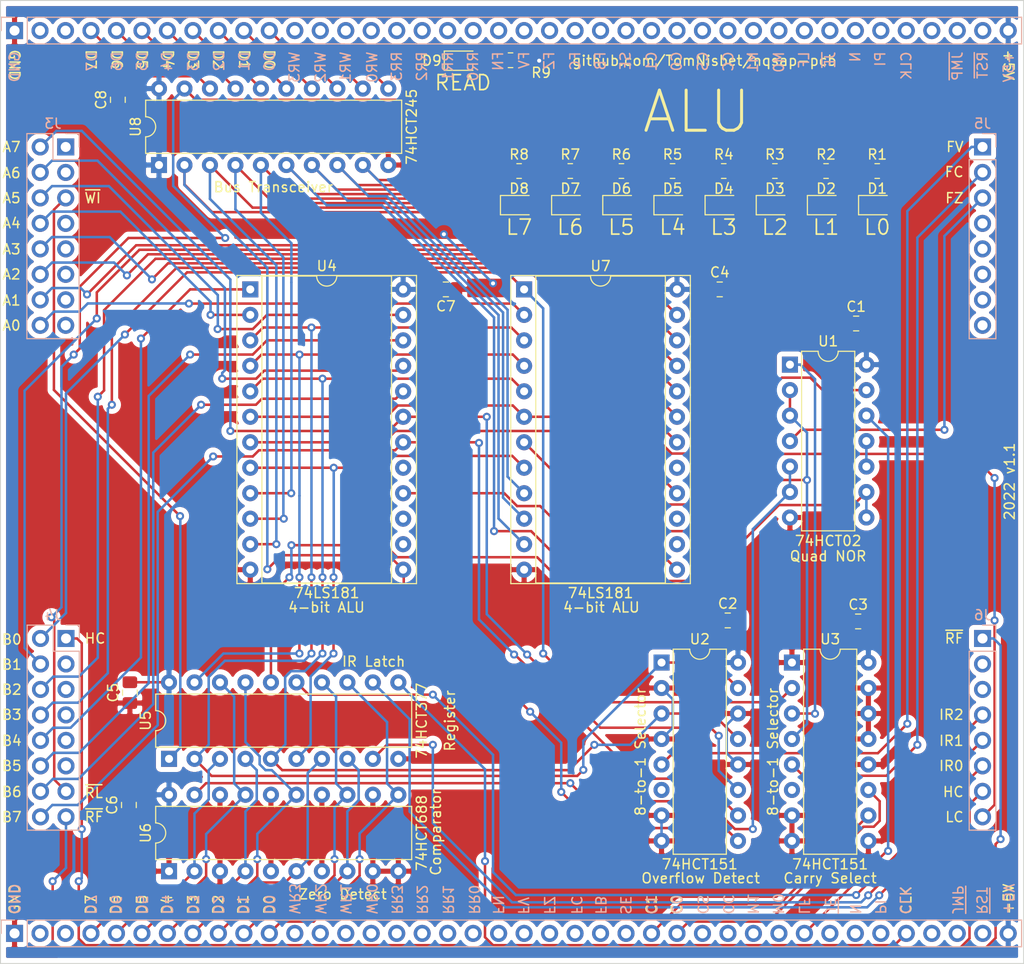
<source format=kicad_pcb>
(kicad_pcb (version 20171130) (host pcbnew "(5.1.9)-1")
  (title_block (title "NQSAP Module Template") (date 2021-10-03) (rev 1.0) (company github.com/TomNisbet/nqsap-pcb))
  (layers (0 F.Cu signal) (31 B.Cu signal hide) (34 B.Paste user) (35 F.Paste user) (36 B.SilkS user hide) (37 F.SilkS user) (38 B.Mask user) (39 F.Mask user) (44 Edge.Cuts user))
  (net 0 "")
  (net 1 +5V)
  (net 2 CLK)
  (net 3 LF)
  (net 4 C0)
  (net 5 C1)
  (net 6 D0)
  (net 7 D1)
  (net 8 D2)
  (net 9 D3)
  (net 10 D4)
  (net 11 D5)
  (net 12 D6)
  (net 13 D7)
  (net 14 GND)
  (net 15 "Net-(J5-Pad8)")
  (net 16 "Net-(J5-Pad6)")
  (net 17 "Net-(J6-Pad3)")
  (net 18 "Net-(J6-Pad2)")
  (net 19 "Net-(J1-Pad37)")
  (net 20 "Net-(J1-Pad3)")
  (net 21 "Net-(J1-Pad2)")
  (net 22 "Net-(J2-Pad37)")
  (net 23 "Net-(J2-Pad3)")
  (net 24 "Net-(J2-Pad2)")
  (net 25 "Net-(D1-Pad2)")
  (net 26 "Net-(D2-Pad2)")
  (net 27 "Net-(D3-Pad2)")
  (net 28 "Net-(D4-Pad2)")
  (net 29 "Net-(D5-Pad2)")
  (net 30 "Net-(D6-Pad2)")
  (net 31 "Net-(D7-Pad2)")
  (net 32 "Net-(D8-Pad2)")
  (net 33 L-Q0)
  (net 34 L-Q1)
  (net 35 L-Q2)
  (net 36 L-Q3)
  (net 37 L-Q4)
  (net 38 L-Q5)
  (net 39 L-Q6)
  (net 40 L-Q7)
  (net 41 L-S0)
  (net 42 "Net-(U1-Pad5)")
  (net 43 "Net-(U1-Pad10)")
  (net 44 L-COUT)
  (net 45 L-S3)
  (net 46 "Net-(U2-Pad6)")
  (net 47 L-S1)
  (net 48 A-Q7)
  (net 49 B-Q7)
  (net 50 "Net-(U3-Pad6)")
  (net 51 A-Q0)
  (net 52 A-Q5)
  (net 53 B-Q5)
  (net 54 A-Q6)
  (net 55 B-Q6)
  (net 56 L-M)
  (net 57 "Net-(U4-Pad17)")
  (net 58 L-S2)
  (net 59 "Net-(U4-Pad15)")
  (net 60 "Net-(U4-Pad14)")
  (net 61 A-Q4)
  (net 62 B-Q4)
  (net 63 ~WI)
  (net 64 A-Q1)
  (net 65 B-Q1)
  (net 66 A-Q2)
  (net 67 B-Q2)
  (net 68 A-Q3)
  (net 69 B-Q3)
  (net 70 "Net-(U7-Pad17)")
  (net 71 "Net-(U7-Pad15)")
  (net 72 "Net-(U7-Pad14)")
  (net 73 B-Q0)
  (net 74 ~RL)
  (net 75 "Net-(J1-Pad35)")
  (net 76 "Net-(J1-Pad34)")
  (net 77 "Net-(J1-Pad33)")
  (net 78 "Net-(J1-Pad32)")
  (net 79 "Net-(J1-Pad31)")
  (net 80 "Net-(J1-Pad30)")
  (net 81 "Net-(J1-Pad25)")
  (net 82 "Net-(J1-Pad24)")
  (net 83 "Net-(J1-Pad23)")
  (net 84 "Net-(J1-Pad22)")
  (net 85 "Net-(J1-Pad21)")
  (net 86 "Net-(J1-Pad20)")
  (net 87 "Net-(J1-Pad19)")
  (net 88 "Net-(J1-Pad18)")
  (net 89 "Net-(J1-Pad17)")
  (net 90 "Net-(J1-Pad16)")
  (net 91 "Net-(J1-Pad15)")
  (net 92 "Net-(J1-Pad14)")
  (net 93 "Net-(J1-Pad13)")
  (net 94 "Net-(J1-Pad12)")
  (net 95 "Net-(J2-Pad35)")
  (net 96 "Net-(J2-Pad34)")
  (net 97 "Net-(J2-Pad33)")
  (net 98 "Net-(J2-Pad31)")
  (net 99 "Net-(J2-Pad30)")
  (net 100 "Net-(J2-Pad25)")
  (net 101 "Net-(J2-Pad24)")
  (net 102 "Net-(J2-Pad23)")
  (net 103 "Net-(J2-Pad22)")
  (net 104 "Net-(J2-Pad21)")
  (net 105 "Net-(J2-Pad20)")
  (net 106 "Net-(J2-Pad19)")
  (net 107 "Net-(J2-Pad18)")
  (net 108 "Net-(J2-Pad17)")
  (net 109 "Net-(J2-Pad16)")
  (net 110 "Net-(J2-Pad15)")
  (net 111 "Net-(J2-Pad14)")
  (net 112 "Net-(J2-Pad13)")
  (net 113 "Net-(J2-Pad12)")
  (net 114 L-CIN)
  (net 115 /carry)
  (net 116 /~L-COUT)
  (net 117 FV-IN)
  (net 118 FZ-IN)
  (net 119 FC-IN)
  (net 120 "Net-(J1-Pad29)")
  (net 121 "Net-(J1-Pad28)")
  (net 122 "Net-(J1-Pad27)")
  (net 123 "Net-(J1-Pad26)")
  (net 124 "Net-(J2-Pad29)")
  (net 125 "Net-(J2-Pad28)")
  (net 126 "Net-(J1-Pad39)")
  (net 127 "Net-(J1-Pad38)")
  (net 128 "Net-(J2-Pad39)")
  (net 129 "Net-(J2-Pad38)")
  (net 130 "Net-(J1-Pad36)")
  (net 131 H-CIN)
  (net 132 "Net-(J5-Pad7)")
  (net 133 IR-Q0)
  (net 134 IR-Q1)
  (net 135 IR-Q2)
  (net 136 /IR4)
  (net 137 ~RF)
  (net 138 "Net-(J4-Pad9)")
  (net 139 "Net-(J4-Pad7)")
  (net 140 "Net-(J4-Pad5)")
  (net 141 "Net-(J4-Pad3)")
  (net 142 "Net-(J5-Pad5)")
  (net 143 "Net-(J4-Pad11)")
  (net 144 "Net-(J3-Pad15)")
  (net 145 "Net-(J3-Pad13)")
  (net 146 "Net-(J3-Pad11)")
  (net 147 "Net-(J3-Pad9)")
  (net 148 "Net-(J3-Pad7)")
  (net 149 "Net-(J3-Pad3)")
  (net 150 "Net-(J3-Pad1)")
  (net 151 "Net-(J5-Pad4)")
  (net 152 "Net-(D9-Pad2)")
  (module Resistor_SMD:R_0805_2012Metric_Pad1.20x1.40mm_HandSolder (layer F.Cu) (at 135.845 48.955 180)
    (fp_text reference R9 (at -3.055 -1.245) (layer F.SilkS))
    (fp_text value R_GRN)
    (pad 2 smd roundrect (at 1 0 180) (size 1.2 1.4) (layers F.Cu F.Paste F.Mask) (roundrect_rratio 0.2083325) (net 152 "Net-(D9-Pad2)"))
    (pad 1 smd roundrect (at -1 0 180) (size 1.2 1.4) (layers F.Cu F.Paste F.Mask) (roundrect_rratio 0.2083325) (net 1 +5V))
  )
  (module LED_SMD:LED_0805_2012Metric_Pad1.15x1.40mm_HandSolder (layer F.Cu) (at 131.1 49)
    (fp_text reference D9 (at -3.1 0) (layer F.SilkS))
    (fp_text value READ (at 0 2.2) (layer F.SilkS) (effects (font (size 1.5 1.5) (thickness 0.17))))
    (pad 2 smd roundrect (at 1.025 0) (size 1.15 1.4) (layers F.Cu F.Paste F.Mask) (roundrect_rratio 0.2173904347826087) (net 152 "Net-(D9-Pad2)"))
    (pad 1 smd roundrect (at -1.025 0) (size 1.15 1.4) (layers F.Cu F.Paste F.Mask) (roundrect_rratio 0.2173904347826087) (net 74 ~RL))
  )
  (module Connector_PinHeader_2.54mm:PinHeader_2x08_P2.54mm_Vertical (layer B.Cu) (at 91.5 57.6 180)
    (fp_text reference J3 (at 1.27 2.33) (layer B.SilkS) (effects (justify mirror)))
    (fp_text value IC-TL)
    (pad 16 thru_hole oval (at 2.54 -17.78 180) (size 1.7 1.7) (drill 1) (layers *.Cu *.Mask) (net 51 A-Q0))
    (pad 15 thru_hole oval (at 0 -17.78 180) (size 1.7 1.7) (drill 1) (layers *.Cu *.Mask) (net 144 "Net-(J3-Pad15)"))
    (pad 14 thru_hole oval (at 2.54 -15.24 180) (size 1.7 1.7) (drill 1) (layers *.Cu *.Mask) (net 64 A-Q1))
    (pad 13 thru_hole oval (at 0 -15.24 180) (size 1.7 1.7) (drill 1) (layers *.Cu *.Mask) (net 145 "Net-(J3-Pad13)"))
    (pad 12 thru_hole oval (at 2.54 -12.7 180) (size 1.7 1.7) (drill 1) (layers *.Cu *.Mask) (net 66 A-Q2))
    (pad 11 thru_hole oval (at 0 -12.7 180) (size 1.7 1.7) (drill 1) (layers *.Cu *.Mask) (net 146 "Net-(J3-Pad11)"))
    (pad 10 thru_hole oval (at 2.54 -10.16 180) (size 1.7 1.7) (drill 1) (layers *.Cu *.Mask) (net 68 A-Q3))
    (pad 9 thru_hole oval (at 0 -10.16 180) (size 1.7 1.7) (drill 1) (layers *.Cu *.Mask) (net 147 "Net-(J3-Pad9)"))
    (pad 8 thru_hole oval (at 2.54 -7.62 180) (size 1.7 1.7) (drill 1) (layers *.Cu *.Mask) (net 61 A-Q4))
    (pad 7 thru_hole oval (at 0 -7.62 180) (size 1.7 1.7) (drill 1) (layers *.Cu *.Mask) (net 148 "Net-(J3-Pad7)"))
    (pad 6 thru_hole oval (at 2.54 -5.08 180) (size 1.7 1.7) (drill 1) (layers *.Cu *.Mask) (net 52 A-Q5))
    (pad 5 thru_hole oval (at 0 -5.08 180) (size 1.7 1.7) (drill 1) (layers *.Cu *.Mask) (net 63 ~WI))
    (pad 4 thru_hole oval (at 2.54 -2.54 180) (size 1.7 1.7) (drill 1) (layers *.Cu *.Mask) (net 54 A-Q6))
    (pad 3 thru_hole oval (at 0 -2.54 180) (size 1.7 1.7) (drill 1) (layers *.Cu *.Mask) (net 149 "Net-(J3-Pad3)"))
    (pad 2 thru_hole oval (at 2.54 0 180) (size 1.7 1.7) (drill 1) (layers *.Cu *.Mask) (net 48 A-Q7))
    (pad 1 thru_hole rect (at 0 0 180) (size 1.7 1.7) (drill 1) (layers *.Cu *.Mask) (net 150 "Net-(J3-Pad1)"))
  )
  (module Connector_PinHeader_2.54mm:PinHeader_1x08_P2.54mm_Vertical (layer B.Cu) (at 182.9 57.6 180)
    (fp_text reference J5 (at 0 2.33) (layer B.SilkS) (effects (justify mirror)))
    (fp_text value IC-TR)
    (pad 8 thru_hole oval (at 0 -17.78 180) (size 1.7 1.7) (drill 1) (layers *.Cu *.Mask) (net 15 "Net-(J5-Pad8)"))
    (pad 7 thru_hole oval (at 0 -15.24 180) (size 1.7 1.7) (drill 1) (layers *.Cu *.Mask) (net 132 "Net-(J5-Pad7)"))
    (pad 6 thru_hole oval (at 0 -12.7 180) (size 1.7 1.7) (drill 1) (layers *.Cu *.Mask) (net 16 "Net-(J5-Pad6)"))
    (pad 5 thru_hole oval (at 0 -10.16 180) (size 1.7 1.7) (drill 1) (layers *.Cu *.Mask) (net 142 "Net-(J5-Pad5)"))
    (pad 4 thru_hole oval (at 0 -7.62 180) (size 1.7 1.7) (drill 1) (layers *.Cu *.Mask) (net 151 "Net-(J5-Pad4)"))
    (pad 3 thru_hole oval (at 0 -5.08 180) (size 1.7 1.7) (drill 1) (layers *.Cu *.Mask) (net 118 FZ-IN))
    (pad 2 thru_hole oval (at 0 -2.54 180) (size 1.7 1.7) (drill 1) (layers *.Cu *.Mask) (net 119 FC-IN))
    (pad 1 thru_hole rect (at 0 0 180) (size 1.7 1.7) (drill 1) (layers *.Cu *.Mask) (net 117 FV-IN))
  )
  (module Capacitor_SMD:C_0805_2012Metric_Pad1.18x1.45mm_HandSolder (layer F.Cu) (at 96.7 52.9 90)
    (fp_text reference C8 (at 0 -1.68 90) (layer F.SilkS))
    (fp_text value 0.1uF)
    (pad 2 smd roundrect (at 1.0375 0 90) (size 1.175 1.45) (layers F.Cu F.Paste F.Mask) (roundrect_rratio 0.2127659574468085) (net 1 +5V))
    (pad 1 smd roundrect (at -1.0375 0 90) (size 1.175 1.45) (layers F.Cu F.Paste F.Mask) (roundrect_rratio 0.2127659574468085) (net 14 GND))
  )
  (module Package_DIP:DIP-24_W15.24mm_Socket (layer F.Cu) (at 109.9 71.8)
    (fp_text reference U4 (at 7.62 -2.33) (layer F.SilkS))
    (fp_text value 74LS181 (at 7.62 30.27) (layer F.SilkS))
    (fp_text user "4-bit ALU" (at 7.6 31.7) (layer F.SilkS))
    (pad 24 thru_hole oval (at 15.24 0) (size 1.6 1.6) (drill 0.8) (layers *.Cu *.Mask) (net 1 +5V))
    (pad 12 thru_hole oval (at 0 27.94) (size 1.6 1.6) (drill 0.8) (layers *.Cu *.Mask) (net 14 GND))
    (pad 23 thru_hole oval (at 15.24 2.54) (size 1.6 1.6) (drill 0.8) (layers *.Cu *.Mask) (net 52 A-Q5))
    (pad 11 thru_hole oval (at 0 25.4) (size 1.6 1.6) (drill 0.8) (layers *.Cu *.Mask) (net 39 L-Q6))
    (pad 22 thru_hole oval (at 15.24 5.08) (size 1.6 1.6) (drill 0.8) (layers *.Cu *.Mask) (net 53 B-Q5))
    (pad 10 thru_hole oval (at 0 22.86) (size 1.6 1.6) (drill 0.8) (layers *.Cu *.Mask) (net 38 L-Q5))
    (pad 21 thru_hole oval (at 15.24 7.62) (size 1.6 1.6) (drill 0.8) (layers *.Cu *.Mask) (net 54 A-Q6))
    (pad 9 thru_hole oval (at 0 20.32) (size 1.6 1.6) (drill 0.8) (layers *.Cu *.Mask) (net 37 L-Q4))
    (pad 20 thru_hole oval (at 15.24 10.16) (size 1.6 1.6) (drill 0.8) (layers *.Cu *.Mask) (net 55 B-Q6))
    (pad 8 thru_hole oval (at 0 17.78) (size 1.6 1.6) (drill 0.8) (layers *.Cu *.Mask) (net 56 L-M))
    (pad 19 thru_hole oval (at 15.24 12.7) (size 1.6 1.6) (drill 0.8) (layers *.Cu *.Mask) (net 48 A-Q7))
    (pad 7 thru_hole oval (at 0 15.24) (size 1.6 1.6) (drill 0.8) (layers *.Cu *.Mask) (net 115 /carry))
    (pad 18 thru_hole oval (at 15.24 15.24) (size 1.6 1.6) (drill 0.8) (layers *.Cu *.Mask) (net 49 B-Q7))
    (pad 6 thru_hole oval (at 0 12.7) (size 1.6 1.6) (drill 0.8) (layers *.Cu *.Mask) (net 41 L-S0))
    (pad 17 thru_hole oval (at 15.24 17.78) (size 1.6 1.6) (drill 0.8) (layers *.Cu *.Mask) (net 57 "Net-(U4-Pad17)"))
    (pad 5 thru_hole oval (at 0 10.16) (size 1.6 1.6) (drill 0.8) (layers *.Cu *.Mask) (net 47 L-S1))
    (pad 16 thru_hole oval (at 15.24 20.32) (size 1.6 1.6) (drill 0.8) (layers *.Cu *.Mask) (net 44 L-COUT))
    (pad 4 thru_hole oval (at 0 7.62) (size 1.6 1.6) (drill 0.8) (layers *.Cu *.Mask) (net 58 L-S2))
    (pad 15 thru_hole oval (at 15.24 22.86) (size 1.6 1.6) (drill 0.8) (layers *.Cu *.Mask) (net 59 "Net-(U4-Pad15)"))
    (pad 3 thru_hole oval (at 0 5.08) (size 1.6 1.6) (drill 0.8) (layers *.Cu *.Mask) (net 45 L-S3))
    (pad 14 thru_hole oval (at 15.24 25.4) (size 1.6 1.6) (drill 0.8) (layers *.Cu *.Mask) (net 60 "Net-(U4-Pad14)"))
    (pad 2 thru_hole oval (at 0 2.54) (size 1.6 1.6) (drill 0.8) (layers *.Cu *.Mask) (net 61 A-Q4))
    (pad 13 thru_hole oval (at 15.24 27.94) (size 1.6 1.6) (drill 0.8) (layers *.Cu *.Mask) (net 40 L-Q7))
    (pad 1 thru_hole rect (at 0 0) (size 1.6 1.6) (drill 0.8) (layers *.Cu *.Mask) (net 62 B-Q4))
  )
  (module Connector_PinHeader_2.54mm:PinHeader_1x08_P2.54mm_Vertical (layer B.Cu) (at 182.9 106.6 180)
    (fp_text reference J6 (at 0 2.33) (layer B.SilkS) (effects (justify mirror)))
    (fp_text value IC-BR)
    (pad 8 thru_hole oval (at 0 -17.78 180) (size 1.7 1.7) (drill 1) (layers *.Cu *.Mask) (net 114 L-CIN))
    (pad 7 thru_hole oval (at 0 -15.24 180) (size 1.7 1.7) (drill 1) (layers *.Cu *.Mask) (net 131 H-CIN))
    (pad 6 thru_hole oval (at 0 -12.7 180) (size 1.7 1.7) (drill 1) (layers *.Cu *.Mask) (net 133 IR-Q0))
    (pad 5 thru_hole oval (at 0 -10.16 180) (size 1.7 1.7) (drill 1) (layers *.Cu *.Mask) (net 134 IR-Q1))
    (pad 4 thru_hole oval (at 0 -7.62 180) (size 1.7 1.7) (drill 1) (layers *.Cu *.Mask) (net 135 IR-Q2))
    (pad 3 thru_hole oval (at 0 -5.08 180) (size 1.7 1.7) (drill 1) (layers *.Cu *.Mask) (net 17 "Net-(J6-Pad3)"))
    (pad 2 thru_hole oval (at 0 -2.54 180) (size 1.7 1.7) (drill 1) (layers *.Cu *.Mask) (net 18 "Net-(J6-Pad2)"))
    (pad 1 thru_hole rect (at 0 0 180) (size 1.7 1.7) (drill 1) (layers *.Cu *.Mask) (net 137 ~RF))
  )
  (module Package_DIP:DIP-20_W7.62mm (layer F.Cu) (at 100.8 59.4 90)
    (fp_text reference U8 (at 3.81 -2.33 90) (layer F.SilkS))
    (fp_text value 74HCT245 (at 3.81 25.19 90) (layer F.SilkS))
    (fp_text user "Bus Transceiver" (at -2.2 11.4 180) (layer F.SilkS))
    (pad 20 thru_hole oval (at 7.62 0 90) (size 1.6 1.6) (drill 0.8) (layers *.Cu *.Mask) (net 1 +5V))
    (pad 10 thru_hole oval (at 0 22.86 90) (size 1.6 1.6) (drill 0.8) (layers *.Cu *.Mask) (net 14 GND))
    (pad 19 thru_hole oval (at 7.62 2.54 90) (size 1.6 1.6) (drill 0.8) (layers *.Cu *.Mask) (net 74 ~RL))
    (pad 9 thru_hole oval (at 0 20.32 90) (size 1.6 1.6) (drill 0.8) (layers *.Cu *.Mask) (net 33 L-Q0))
    (pad 18 thru_hole oval (at 7.62 5.08 90) (size 1.6 1.6) (drill 0.8) (layers *.Cu *.Mask) (net 13 D7))
    (pad 8 thru_hole oval (at 0 17.78 90) (size 1.6 1.6) (drill 0.8) (layers *.Cu *.Mask) (net 34 L-Q1))
    (pad 17 thru_hole oval (at 7.62 7.62 90) (size 1.6 1.6) (drill 0.8) (layers *.Cu *.Mask) (net 12 D6))
    (pad 7 thru_hole oval (at 0 15.24 90) (size 1.6 1.6) (drill 0.8) (layers *.Cu *.Mask) (net 35 L-Q2))
    (pad 16 thru_hole oval (at 7.62 10.16 90) (size 1.6 1.6) (drill 0.8) (layers *.Cu *.Mask) (net 11 D5))
    (pad 6 thru_hole oval (at 0 12.7 90) (size 1.6 1.6) (drill 0.8) (layers *.Cu *.Mask) (net 36 L-Q3))
    (pad 15 thru_hole oval (at 7.62 12.7 90) (size 1.6 1.6) (drill 0.8) (layers *.Cu *.Mask) (net 10 D4))
    (pad 5 thru_hole oval (at 0 10.16 90) (size 1.6 1.6) (drill 0.8) (layers *.Cu *.Mask) (net 37 L-Q4))
    (pad 14 thru_hole oval (at 7.62 15.24 90) (size 1.6 1.6) (drill 0.8) (layers *.Cu *.Mask) (net 9 D3))
    (pad 4 thru_hole oval (at 0 7.62 90) (size 1.6 1.6) (drill 0.8) (layers *.Cu *.Mask) (net 38 L-Q5))
    (pad 13 thru_hole oval (at 7.62 17.78 90) (size 1.6 1.6) (drill 0.8) (layers *.Cu *.Mask) (net 8 D2))
    (pad 3 thru_hole oval (at 0 5.08 90) (size 1.6 1.6) (drill 0.8) (layers *.Cu *.Mask) (net 39 L-Q6))
    (pad 12 thru_hole oval (at 7.62 20.32 90) (size 1.6 1.6) (drill 0.8) (layers *.Cu *.Mask) (net 7 D1))
    (pad 2 thru_hole oval (at 0 2.54 90) (size 1.6 1.6) (drill 0.8) (layers *.Cu *.Mask) (net 40 L-Q7))
    (pad 11 thru_hole oval (at 7.62 22.86 90) (size 1.6 1.6) (drill 0.8) (layers *.Cu *.Mask) (net 6 D0))
    (pad 1 thru_hole rect (at 0 0 90) (size 1.6 1.6) (drill 0.8) (layers *.Cu *.Mask) (net 1 +5V))
  )
  (module Package_DIP:DIP-20_W7.62mm (layer F.Cu) (at 101.8 118.6 90)
    (fp_text reference U5 (at 3.81 -2.33 90) (layer F.SilkS))
    (fp_text value 74HCT377 (at 3.81 25.19 90) (layer F.SilkS))
    (fp_text user Register (at 3.8 28 90) (layer F.SilkS))
    (fp_text user "IR Latch" (at 9.7 20.4 180) (layer F.SilkS))
    (pad 20 thru_hole oval (at 7.62 0 90) (size 1.6 1.6) (drill 0.8) (layers *.Cu *.Mask) (net 1 +5V))
    (pad 10 thru_hole oval (at 0 22.86 90) (size 1.6 1.6) (drill 0.8) (layers *.Cu *.Mask) (net 14 GND))
    (pad 19 thru_hole oval (at 7.62 2.54 90) (size 1.6 1.6) (drill 0.8) (layers *.Cu *.Mask) (net 58 L-S2))
    (pad 9 thru_hole oval (at 0 20.32 90) (size 1.6 1.6) (drill 0.8) (layers *.Cu *.Mask) (net 134 IR-Q1))
    (pad 18 thru_hole oval (at 7.62 5.08 90) (size 1.6 1.6) (drill 0.8) (layers *.Cu *.Mask) (net 12 D6))
    (pad 8 thru_hole oval (at 0 17.78 90) (size 1.6 1.6) (drill 0.8) (layers *.Cu *.Mask) (net 7 D1))
    (pad 17 thru_hole oval (at 7.62 7.62 90) (size 1.6 1.6) (drill 0.8) (layers *.Cu *.Mask) (net 10 D4))
    (pad 7 thru_hole oval (at 0 15.24 90) (size 1.6 1.6) (drill 0.8) (layers *.Cu *.Mask) (net 9 D3))
    (pad 16 thru_hole oval (at 7.62 10.16 90) (size 1.6 1.6) (drill 0.8) (layers *.Cu *.Mask) (net 136 /IR4))
    (pad 6 thru_hole oval (at 0 12.7 90) (size 1.6 1.6) (drill 0.8) (layers *.Cu *.Mask) (net 56 L-M))
    (pad 15 thru_hole oval (at 7.62 12.7 90) (size 1.6 1.6) (drill 0.8) (layers *.Cu *.Mask) (net 135 IR-Q2))
    (pad 5 thru_hole oval (at 0 10.16 90) (size 1.6 1.6) (drill 0.8) (layers *.Cu *.Mask) (net 47 L-S1))
    (pad 14 thru_hole oval (at 7.62 15.24 90) (size 1.6 1.6) (drill 0.8) (layers *.Cu *.Mask) (net 8 D2))
    (pad 4 thru_hole oval (at 0 7.62 90) (size 1.6 1.6) (drill 0.8) (layers *.Cu *.Mask) (net 11 D5))
    (pad 13 thru_hole oval (at 7.62 17.78 90) (size 1.6 1.6) (drill 0.8) (layers *.Cu *.Mask) (net 6 D0))
    (pad 3 thru_hole oval (at 0 5.08 90) (size 1.6 1.6) (drill 0.8) (layers *.Cu *.Mask) (net 13 D7))
    (pad 12 thru_hole oval (at 7.62 20.32 90) (size 1.6 1.6) (drill 0.8) (layers *.Cu *.Mask) (net 133 IR-Q0))
    (pad 2 thru_hole oval (at 0 2.54 90) (size 1.6 1.6) (drill 0.8) (layers *.Cu *.Mask) (net 45 L-S3))
    (pad 11 thru_hole oval (at 7.62 22.86 90) (size 1.6 1.6) (drill 0.8) (layers *.Cu *.Mask) (net 2 CLK))
    (pad 1 thru_hole rect (at 0 0 90) (size 1.6 1.6) (drill 0.8) (layers *.Cu *.Mask) (net 63 ~WI))
  )
  (module Package_DIP:DIP-24_W15.24mm_Socket (layer F.Cu) (at 137.2 71.8)
    (fp_text reference U7 (at 7.62 -2.33) (layer F.SilkS))
    (fp_text value 74LS181 (at 7.62 30.27) (layer F.SilkS))
    (fp_text user "4-bit ALU" (at 7.7 31.7) (layer F.SilkS))
    (pad 24 thru_hole oval (at 15.24 0) (size 1.6 1.6) (drill 0.8) (layers *.Cu *.Mask) (net 1 +5V))
    (pad 12 thru_hole oval (at 0 27.94) (size 1.6 1.6) (drill 0.8) (layers *.Cu *.Mask) (net 14 GND))
    (pad 23 thru_hole oval (at 15.24 2.54) (size 1.6 1.6) (drill 0.8) (layers *.Cu *.Mask) (net 64 A-Q1))
    (pad 11 thru_hole oval (at 0 25.4) (size 1.6 1.6) (drill 0.8) (layers *.Cu *.Mask) (net 35 L-Q2))
    (pad 22 thru_hole oval (at 15.24 5.08) (size 1.6 1.6) (drill 0.8) (layers *.Cu *.Mask) (net 65 B-Q1))
    (pad 10 thru_hole oval (at 0 22.86) (size 1.6 1.6) (drill 0.8) (layers *.Cu *.Mask) (net 34 L-Q1))
    (pad 21 thru_hole oval (at 15.24 7.62) (size 1.6 1.6) (drill 0.8) (layers *.Cu *.Mask) (net 66 A-Q2))
    (pad 9 thru_hole oval (at 0 20.32) (size 1.6 1.6) (drill 0.8) (layers *.Cu *.Mask) (net 33 L-Q0))
    (pad 20 thru_hole oval (at 15.24 10.16) (size 1.6 1.6) (drill 0.8) (layers *.Cu *.Mask) (net 67 B-Q2))
    (pad 8 thru_hole oval (at 0 17.78) (size 1.6 1.6) (drill 0.8) (layers *.Cu *.Mask) (net 56 L-M))
    (pad 19 thru_hole oval (at 15.24 12.7) (size 1.6 1.6) (drill 0.8) (layers *.Cu *.Mask) (net 68 A-Q3))
    (pad 7 thru_hole oval (at 0 15.24) (size 1.6 1.6) (drill 0.8) (layers *.Cu *.Mask) (net 114 L-CIN))
    (pad 18 thru_hole oval (at 15.24 15.24) (size 1.6 1.6) (drill 0.8) (layers *.Cu *.Mask) (net 69 B-Q3))
    (pad 6 thru_hole oval (at 0 12.7) (size 1.6 1.6) (drill 0.8) (layers *.Cu *.Mask) (net 41 L-S0))
    (pad 17 thru_hole oval (at 15.24 17.78) (size 1.6 1.6) (drill 0.8) (layers *.Cu *.Mask) (net 70 "Net-(U7-Pad17)"))
    (pad 5 thru_hole oval (at 0 10.16) (size 1.6 1.6) (drill 0.8) (layers *.Cu *.Mask) (net 47 L-S1))
    (pad 16 thru_hole oval (at 15.24 20.32) (size 1.6 1.6) (drill 0.8) (layers *.Cu *.Mask) (net 115 /carry))
    (pad 4 thru_hole oval (at 0 7.62) (size 1.6 1.6) (drill 0.8) (layers *.Cu *.Mask) (net 58 L-S2))
    (pad 15 thru_hole oval (at 15.24 22.86) (size 1.6 1.6) (drill 0.8) (layers *.Cu *.Mask) (net 71 "Net-(U7-Pad15)"))
    (pad 3 thru_hole oval (at 0 5.08) (size 1.6 1.6) (drill 0.8) (layers *.Cu *.Mask) (net 45 L-S3))
    (pad 14 thru_hole oval (at 15.24 25.4) (size 1.6 1.6) (drill 0.8) (layers *.Cu *.Mask) (net 72 "Net-(U7-Pad14)"))
    (pad 2 thru_hole oval (at 0 2.54) (size 1.6 1.6) (drill 0.8) (layers *.Cu *.Mask) (net 51 A-Q0))
    (pad 13 thru_hole oval (at 15.24 27.94) (size 1.6 1.6) (drill 0.8) (layers *.Cu *.Mask) (net 36 L-Q3))
    (pad 1 thru_hole rect (at 0 0) (size 1.6 1.6) (drill 0.8) (layers *.Cu *.Mask) (net 73 B-Q0))
  )
  (module Package_DIP:DIP-20_W7.62mm (layer F.Cu) (at 101.8 129.8 90)
    (fp_text reference U6 (at 3.81 -2.33 90) (layer F.SilkS))
    (fp_text value 74HCT688 (at 3.81 25.19 90) (layer F.SilkS))
    (fp_text user Comparator (at 3.9 26.6 90) (layer F.SilkS))
    (fp_text user "Zero Detect" (at -2.3 17.3 180) (layer F.SilkS))
    (pad 20 thru_hole oval (at 7.62 0 90) (size 1.6 1.6) (drill 0.8) (layers *.Cu *.Mask) (net 1 +5V))
    (pad 10 thru_hole oval (at 0 22.86 90) (size 1.6 1.6) (drill 0.8) (layers *.Cu *.Mask) (net 14 GND))
    (pad 19 thru_hole oval (at 7.62 2.54 90) (size 1.6 1.6) (drill 0.8) (layers *.Cu *.Mask) (net 42 "Net-(U1-Pad5)"))
    (pad 9 thru_hole oval (at 0 20.32 90) (size 1.6 1.6) (drill 0.8) (layers *.Cu *.Mask) (net 14 GND))
    (pad 18 thru_hole oval (at 7.62 5.08 90) (size 1.6 1.6) (drill 0.8) (layers *.Cu *.Mask) (net 14 GND))
    (pad 8 thru_hole oval (at 0 17.78 90) (size 1.6 1.6) (drill 0.8) (layers *.Cu *.Mask) (net 7 D1))
    (pad 17 thru_hole oval (at 7.62 7.62 90) (size 1.6 1.6) (drill 0.8) (layers *.Cu *.Mask) (net 12 D6))
    (pad 7 thru_hole oval (at 0 15.24 90) (size 1.6 1.6) (drill 0.8) (layers *.Cu *.Mask) (net 14 GND))
    (pad 16 thru_hole oval (at 7.62 10.16 90) (size 1.6 1.6) (drill 0.8) (layers *.Cu *.Mask) (net 14 GND))
    (pad 6 thru_hole oval (at 0 12.7 90) (size 1.6 1.6) (drill 0.8) (layers *.Cu *.Mask) (net 9 D3))
    (pad 15 thru_hole oval (at 7.62 12.7 90) (size 1.6 1.6) (drill 0.8) (layers *.Cu *.Mask) (net 10 D4))
    (pad 5 thru_hole oval (at 0 10.16 90) (size 1.6 1.6) (drill 0.8) (layers *.Cu *.Mask) (net 14 GND))
    (pad 14 thru_hole oval (at 7.62 15.24 90) (size 1.6 1.6) (drill 0.8) (layers *.Cu *.Mask) (net 14 GND))
    (pad 4 thru_hole oval (at 0 7.62 90) (size 1.6 1.6) (drill 0.8) (layers *.Cu *.Mask) (net 11 D5))
    (pad 13 thru_hole oval (at 7.62 17.78 90) (size 1.6 1.6) (drill 0.8) (layers *.Cu *.Mask) (net 8 D2))
    (pad 3 thru_hole oval (at 0 5.08 90) (size 1.6 1.6) (drill 0.8) (layers *.Cu *.Mask) (net 14 GND))
    (pad 12 thru_hole oval (at 7.62 20.32 90) (size 1.6 1.6) (drill 0.8) (layers *.Cu *.Mask) (net 14 GND))
    (pad 2 thru_hole oval (at 0 2.54 90) (size 1.6 1.6) (drill 0.8) (layers *.Cu *.Mask) (net 13 D7))
    (pad 11 thru_hole oval (at 7.62 22.86 90) (size 1.6 1.6) (drill 0.8) (layers *.Cu *.Mask) (net 6 D0))
    (pad 1 thru_hole rect (at 0 0 90) (size 1.6 1.6) (drill 0.8) (layers *.Cu *.Mask) (net 14 GND))
  )
  (module Package_DIP:DIP-16_W7.62mm (layer F.Cu) (at 163.9 109)
    (fp_text reference U3 (at 3.81 -2.33) (layer F.SilkS))
    (fp_text value 74HCT151 (at 3.81 20.11) (layer F.SilkS))
    (fp_text user "8-to-1 Selector" (at -1.9 8.9 90) (layer F.SilkS))
    (fp_text user "Carry Select" (at 3.8 21.5) (layer F.SilkS))
    (pad 16 thru_hole oval (at 7.62 0) (size 1.6 1.6) (drill 0.8) (layers *.Cu *.Mask) (net 1 +5V))
    (pad 8 thru_hole oval (at 0 17.78) (size 1.6 1.6) (drill 0.8) (layers *.Cu *.Mask) (net 14 GND))
    (pad 15 thru_hole oval (at 7.62 2.54) (size 1.6 1.6) (drill 0.8) (layers *.Cu *.Mask) (net 14 GND))
    (pad 7 thru_hole oval (at 0 15.24) (size 1.6 1.6) (drill 0.8) (layers *.Cu *.Mask) (net 14 GND))
    (pad 14 thru_hole oval (at 7.62 5.08) (size 1.6 1.6) (drill 0.8) (layers *.Cu *.Mask) (net 14 GND))
    (pad 6 thru_hole oval (at 0 12.7) (size 1.6 1.6) (drill 0.8) (layers *.Cu *.Mask) (net 50 "Net-(U3-Pad6)"))
    (pad 13 thru_hole oval (at 7.62 7.62) (size 1.6 1.6) (drill 0.8) (layers *.Cu *.Mask) (net 14 GND))
    (pad 5 thru_hole oval (at 0 10.16) (size 1.6 1.6) (drill 0.8) (layers *.Cu *.Mask) (net 119 FC-IN))
    (pad 12 thru_hole oval (at 7.62 10.16) (size 1.6 1.6) (drill 0.8) (layers *.Cu *.Mask) (net 14 GND))
    (pad 4 thru_hole oval (at 0 7.62) (size 1.6 1.6) (drill 0.8) (layers *.Cu *.Mask) (net 44 L-COUT))
    (pad 11 thru_hole oval (at 7.62 12.7) (size 1.6 1.6) (drill 0.8) (layers *.Cu *.Mask) (net 4 C0))
    (pad 3 thru_hole oval (at 0 5.08) (size 1.6 1.6) (drill 0.8) (layers *.Cu *.Mask) (net 116 /~L-COUT))
    (pad 10 thru_hole oval (at 7.62 15.24) (size 1.6 1.6) (drill 0.8) (layers *.Cu *.Mask) (net 5 C1))
    (pad 2 thru_hole oval (at 0 2.54) (size 1.6 1.6) (drill 0.8) (layers *.Cu *.Mask) (net 73 B-Q0))
    (pad 9 thru_hole oval (at 7.62 17.78) (size 1.6 1.6) (drill 0.8) (layers *.Cu *.Mask) (net 14 GND))
    (pad 1 thru_hole rect (at 0 0) (size 1.6 1.6) (drill 0.8) (layers *.Cu *.Mask) (net 14 GND))
  )
  (module Package_DIP:DIP-16_W7.62mm (layer F.Cu) (at 150.9 109)
    (fp_text reference U2 (at 3.81 -2.33) (layer F.SilkS))
    (fp_text value 74HCT151 (at 3.81 20.11) (layer F.SilkS))
    (fp_text user "8-to-1 Selector" (at -2.1 8.9 90) (layer F.SilkS))
    (fp_text user "Overflow Detect" (at 3.9 21.5) (layer F.SilkS))
    (pad 16 thru_hole oval (at 7.62 0) (size 1.6 1.6) (drill 0.8) (layers *.Cu *.Mask) (net 1 +5V))
    (pad 8 thru_hole oval (at 0 17.78) (size 1.6 1.6) (drill 0.8) (layers *.Cu *.Mask) (net 14 GND))
    (pad 15 thru_hole oval (at 7.62 2.54) (size 1.6 1.6) (drill 0.8) (layers *.Cu *.Mask) (net 45 L-S3))
    (pad 7 thru_hole oval (at 0 15.24) (size 1.6 1.6) (drill 0.8) (layers *.Cu *.Mask) (net 14 GND))
    (pad 14 thru_hole oval (at 7.62 5.08) (size 1.6 1.6) (drill 0.8) (layers *.Cu *.Mask) (net 14 GND))
    (pad 6 thru_hole oval (at 0 12.7) (size 1.6 1.6) (drill 0.8) (layers *.Cu *.Mask) (net 46 "Net-(U2-Pad6)"))
    (pad 13 thru_hole oval (at 7.62 7.62) (size 1.6 1.6) (drill 0.8) (layers *.Cu *.Mask) (net 47 L-S1))
    (pad 5 thru_hole oval (at 0 10.16) (size 1.6 1.6) (drill 0.8) (layers *.Cu *.Mask) (net 117 FV-IN))
    (pad 12 thru_hole oval (at 7.62 10.16) (size 1.6 1.6) (drill 0.8) (layers *.Cu *.Mask) (net 14 GND))
    (pad 4 thru_hole oval (at 0 7.62) (size 1.6 1.6) (drill 0.8) (layers *.Cu *.Mask) (net 14 GND))
    (pad 11 thru_hole oval (at 7.62 12.7) (size 1.6 1.6) (drill 0.8) (layers *.Cu *.Mask) (net 48 A-Q7))
    (pad 3 thru_hole oval (at 0 5.08) (size 1.6 1.6) (drill 0.8) (layers *.Cu *.Mask) (net 47 L-S1))
    (pad 10 thru_hole oval (at 7.62 15.24) (size 1.6 1.6) (drill 0.8) (layers *.Cu *.Mask) (net 49 B-Q7))
    (pad 2 thru_hole oval (at 0 2.54) (size 1.6 1.6) (drill 0.8) (layers *.Cu *.Mask) (net 14 GND))
    (pad 9 thru_hole oval (at 7.62 17.78) (size 1.6 1.6) (drill 0.8) (layers *.Cu *.Mask) (net 40 L-Q7))
    (pad 1 thru_hole rect (at 0 0) (size 1.6 1.6) (drill 0.8) (layers *.Cu *.Mask) (net 45 L-S3))
  )
  (module Package_DIP:DIP-14_W7.62mm (layer F.Cu) (at 163.7 79.3)
    (fp_text reference U1 (at 3.81 -2.33) (layer F.SilkS))
    (fp_text value 74HCT02 (at 3.81 17.57) (layer F.SilkS))
    (fp_text user "Quad NOR" (at 3.8 19.1) (layer F.SilkS))
    (pad 14 thru_hole oval (at 7.62 0) (size 1.6 1.6) (drill 0.8) (layers *.Cu *.Mask) (net 1 +5V))
    (pad 7 thru_hole oval (at 0 15.24) (size 1.6 1.6) (drill 0.8) (layers *.Cu *.Mask) (net 14 GND))
    (pad 13 thru_hole oval (at 7.62 2.54) (size 1.6 1.6) (drill 0.8) (layers *.Cu *.Mask) (net 41 L-S0))
    (pad 6 thru_hole oval (at 0 12.7) (size 1.6 1.6) (drill 0.8) (layers *.Cu *.Mask) (net 42 "Net-(U1-Pad5)"))
    (pad 12 thru_hole oval (at 7.62 5.08) (size 1.6 1.6) (drill 0.8) (layers *.Cu *.Mask) (net 3 LF))
    (pad 5 thru_hole oval (at 0 10.16) (size 1.6 1.6) (drill 0.8) (layers *.Cu *.Mask) (net 42 "Net-(U1-Pad5)"))
    (pad 11 thru_hole oval (at 7.62 7.62) (size 1.6 1.6) (drill 0.8) (layers *.Cu *.Mask) (net 43 "Net-(U1-Pad10)"))
    (pad 4 thru_hole oval (at 0 7.62) (size 1.6 1.6) (drill 0.8) (layers *.Cu *.Mask) (net 118 FZ-IN))
    (pad 10 thru_hole oval (at 7.62 10.16) (size 1.6 1.6) (drill 0.8) (layers *.Cu *.Mask) (net 43 "Net-(U1-Pad10)"))
    (pad 3 thru_hole oval (at 0 5.08) (size 1.6 1.6) (drill 0.8) (layers *.Cu *.Mask) (net 44 L-COUT))
    (pad 9 thru_hole oval (at 7.62 12.7) (size 1.6 1.6) (drill 0.8) (layers *.Cu *.Mask) (net 136 /IR4))
    (pad 2 thru_hole oval (at 0 2.54) (size 1.6 1.6) (drill 0.8) (layers *.Cu *.Mask) (net 44 L-COUT))
    (pad 8 thru_hole oval (at 7.62 15.24) (size 1.6 1.6) (drill 0.8) (layers *.Cu *.Mask) (net 136 /IR4))
    (pad 1 thru_hole rect (at 0 0) (size 1.6 1.6) (drill 0.8) (layers *.Cu *.Mask) (net 116 /~L-COUT))
  )
  (module Resistor_SMD:R_0805_2012Metric_Pad1.20x1.40mm_HandSolder (layer F.Cu) (at 136.7 60)
    (fp_text reference R8 (at 0 -1.65) (layer F.SilkS))
    (fp_text value R_GRN)
    (pad 2 smd roundrect (at 1 0) (size 1.2 1.4) (layers F.Cu F.Paste F.Mask) (roundrect_rratio 0.2083325) (net 32 "Net-(D8-Pad2)"))
    (pad 1 smd roundrect (at -1 0) (size 1.2 1.4) (layers F.Cu F.Paste F.Mask) (roundrect_rratio 0.2083325) (net 40 L-Q7))
  )
  (module Resistor_SMD:R_0805_2012Metric_Pad1.20x1.40mm_HandSolder (layer F.Cu) (at 141.8 60)
    (fp_text reference R7 (at 0 -1.65) (layer F.SilkS))
    (fp_text value R_GRN)
    (pad 2 smd roundrect (at 1 0) (size 1.2 1.4) (layers F.Cu F.Paste F.Mask) (roundrect_rratio 0.2083325) (net 31 "Net-(D7-Pad2)"))
    (pad 1 smd roundrect (at -1 0) (size 1.2 1.4) (layers F.Cu F.Paste F.Mask) (roundrect_rratio 0.2083325) (net 39 L-Q6))
  )
  (module Resistor_SMD:R_0805_2012Metric_Pad1.20x1.40mm_HandSolder (layer F.Cu) (at 146.9 60)
    (fp_text reference R6 (at 0 -1.65) (layer F.SilkS))
    (fp_text value R_GRN)
    (pad 2 smd roundrect (at 1 0) (size 1.2 1.4) (layers F.Cu F.Paste F.Mask) (roundrect_rratio 0.2083325) (net 30 "Net-(D6-Pad2)"))
    (pad 1 smd roundrect (at -1 0) (size 1.2 1.4) (layers F.Cu F.Paste F.Mask) (roundrect_rratio 0.2083325) (net 38 L-Q5))
  )
  (module Resistor_SMD:R_0805_2012Metric_Pad1.20x1.40mm_HandSolder (layer F.Cu) (at 152 60)
    (fp_text reference R5 (at 0 -1.65) (layer F.SilkS))
    (fp_text value R_GRN)
    (pad 2 smd roundrect (at 1 0) (size 1.2 1.4) (layers F.Cu F.Paste F.Mask) (roundrect_rratio 0.2083325) (net 29 "Net-(D5-Pad2)"))
    (pad 1 smd roundrect (at -1 0) (size 1.2 1.4) (layers F.Cu F.Paste F.Mask) (roundrect_rratio 0.2083325) (net 37 L-Q4))
  )
  (module Resistor_SMD:R_0805_2012Metric_Pad1.20x1.40mm_HandSolder (layer F.Cu) (at 157.1 60)
    (fp_text reference R4 (at 0 -1.65) (layer F.SilkS))
    (fp_text value R_GRN)
    (pad 2 smd roundrect (at 1 0) (size 1.2 1.4) (layers F.Cu F.Paste F.Mask) (roundrect_rratio 0.2083325) (net 28 "Net-(D4-Pad2)"))
    (pad 1 smd roundrect (at -1 0) (size 1.2 1.4) (layers F.Cu F.Paste F.Mask) (roundrect_rratio 0.2083325) (net 36 L-Q3))
  )
  (module Resistor_SMD:R_0805_2012Metric_Pad1.20x1.40mm_HandSolder (layer F.Cu) (at 162.2 60)
    (fp_text reference R3 (at 0 -1.65) (layer F.SilkS))
    (fp_text value R_GRN)
    (pad 2 smd roundrect (at 1 0) (size 1.2 1.4) (layers F.Cu F.Paste F.Mask) (roundrect_rratio 0.2083325) (net 27 "Net-(D3-Pad2)"))
    (pad 1 smd roundrect (at -1 0) (size 1.2 1.4) (layers F.Cu F.Paste F.Mask) (roundrect_rratio 0.2083325) (net 35 L-Q2))
  )
  (module Resistor_SMD:R_0805_2012Metric_Pad1.20x1.40mm_HandSolder (layer F.Cu) (at 167.3 60)
    (fp_text reference R2 (at 0 -1.65) (layer F.SilkS))
    (fp_text value R_GRN)
    (pad 2 smd roundrect (at 1 0) (size 1.2 1.4) (layers F.Cu F.Paste F.Mask) (roundrect_rratio 0.2083325) (net 26 "Net-(D2-Pad2)"))
    (pad 1 smd roundrect (at -1 0) (size 1.2 1.4) (layers F.Cu F.Paste F.Mask) (roundrect_rratio 0.2083325) (net 34 L-Q1))
  )
  (module Resistor_SMD:R_0805_2012Metric_Pad1.20x1.40mm_HandSolder (layer F.Cu) (at 172.4 60)
    (fp_text reference R1 (at 0 -1.65) (layer F.SilkS))
    (fp_text value R_GRN)
    (pad 2 smd roundrect (at 1 0) (size 1.2 1.4) (layers F.Cu F.Paste F.Mask) (roundrect_rratio 0.2083325) (net 25 "Net-(D1-Pad2)"))
    (pad 1 smd roundrect (at -1 0) (size 1.2 1.4) (layers F.Cu F.Paste F.Mask) (roundrect_rratio 0.2083325) (net 33 L-Q0))
  )
  (module LED_SMD:LED_0805_2012Metric_Pad1.15x1.40mm_HandSolder (layer F.Cu) (at 136.7 63.4)
    (fp_text reference D8 (at 0 -1.65) (layer F.SilkS))
    (fp_text value L7 (at 0 2.2) (layer F.SilkS) (effects (font (size 1.5 1.5) (thickness 0.17))))
    (pad 2 smd roundrect (at 1.025 0) (size 1.15 1.4) (layers F.Cu F.Paste F.Mask) (roundrect_rratio 0.2173904347826087) (net 32 "Net-(D8-Pad2)"))
    (pad 1 smd roundrect (at -1.025 0) (size 1.15 1.4) (layers F.Cu F.Paste F.Mask) (roundrect_rratio 0.2173904347826087) (net 14 GND))
  )
  (module LED_SMD:LED_0805_2012Metric_Pad1.15x1.40mm_HandSolder (layer F.Cu) (at 141.8 63.4)
    (fp_text reference D7 (at 0 -1.65) (layer F.SilkS))
    (fp_text value L6 (at 0 2.2) (layer F.SilkS) (effects (font (size 1.5 1.5) (thickness 0.17))))
    (pad 2 smd roundrect (at 1.025 0) (size 1.15 1.4) (layers F.Cu F.Paste F.Mask) (roundrect_rratio 0.2173904347826087) (net 31 "Net-(D7-Pad2)"))
    (pad 1 smd roundrect (at -1.025 0) (size 1.15 1.4) (layers F.Cu F.Paste F.Mask) (roundrect_rratio 0.2173904347826087) (net 14 GND))
  )
  (module LED_SMD:LED_0805_2012Metric_Pad1.15x1.40mm_HandSolder (layer F.Cu) (at 146.9 63.4)
    (fp_text reference D6 (at 0 -1.65) (layer F.SilkS))
    (fp_text value L5 (at 0 2.2) (layer F.SilkS) (effects (font (size 1.5 1.5) (thickness 0.17))))
    (pad 2 smd roundrect (at 1.025 0) (size 1.15 1.4) (layers F.Cu F.Paste F.Mask) (roundrect_rratio 0.2173904347826087) (net 30 "Net-(D6-Pad2)"))
    (pad 1 smd roundrect (at -1.025 0) (size 1.15 1.4) (layers F.Cu F.Paste F.Mask) (roundrect_rratio 0.2173904347826087) (net 14 GND))
  )
  (module LED_SMD:LED_0805_2012Metric_Pad1.15x1.40mm_HandSolder (layer F.Cu) (at 152 63.4)
    (fp_text reference D5 (at 0 -1.65) (layer F.SilkS))
    (fp_text value L4 (at 0 2.2) (layer F.SilkS) (effects (font (size 1.5 1.5) (thickness 0.17))))
    (pad 2 smd roundrect (at 1.025 0) (size 1.15 1.4) (layers F.Cu F.Paste F.Mask) (roundrect_rratio 0.2173904347826087) (net 29 "Net-(D5-Pad2)"))
    (pad 1 smd roundrect (at -1.025 0) (size 1.15 1.4) (layers F.Cu F.Paste F.Mask) (roundrect_rratio 0.2173904347826087) (net 14 GND))
  )
  (module LED_SMD:LED_0805_2012Metric_Pad1.15x1.40mm_HandSolder (layer F.Cu) (at 157.1 63.4)
    (fp_text reference D4 (at 0 -1.65) (layer F.SilkS))
    (fp_text value L3 (at 0 2.2) (layer F.SilkS) (effects (font (size 1.5 1.5) (thickness 0.17))))
    (pad 2 smd roundrect (at 1.025 0) (size 1.15 1.4) (layers F.Cu F.Paste F.Mask) (roundrect_rratio 0.2173904347826087) (net 28 "Net-(D4-Pad2)"))
    (pad 1 smd roundrect (at -1.025 0) (size 1.15 1.4) (layers F.Cu F.Paste F.Mask) (roundrect_rratio 0.2173904347826087) (net 14 GND))
  )
  (module LED_SMD:LED_0805_2012Metric_Pad1.15x1.40mm_HandSolder (layer F.Cu) (at 162.2 63.4)
    (fp_text reference D3 (at 0 -1.65) (layer F.SilkS))
    (fp_text value L2 (at 0 2.2) (layer F.SilkS) (effects (font (size 1.5 1.5) (thickness 0.17))))
    (pad 2 smd roundrect (at 1.025 0) (size 1.15 1.4) (layers F.Cu F.Paste F.Mask) (roundrect_rratio 0.2173904347826087) (net 27 "Net-(D3-Pad2)"))
    (pad 1 smd roundrect (at -1.025 0) (size 1.15 1.4) (layers F.Cu F.Paste F.Mask) (roundrect_rratio 0.2173904347826087) (net 14 GND))
  )
  (module LED_SMD:LED_0805_2012Metric_Pad1.15x1.40mm_HandSolder (layer F.Cu) (at 167.3 63.4)
    (fp_text reference D2 (at 0 -1.65) (layer F.SilkS))
    (fp_text value L1 (at 0 2.2) (layer F.SilkS) (effects (font (size 1.5 1.5) (thickness 0.17))))
    (pad 2 smd roundrect (at 1.025 0) (size 1.15 1.4) (layers F.Cu F.Paste F.Mask) (roundrect_rratio 0.2173904347826087) (net 26 "Net-(D2-Pad2)"))
    (pad 1 smd roundrect (at -1.025 0) (size 1.15 1.4) (layers F.Cu F.Paste F.Mask) (roundrect_rratio 0.2173904347826087) (net 14 GND))
  )
  (module LED_SMD:LED_0805_2012Metric_Pad1.15x1.40mm_HandSolder (layer F.Cu) (at 172.4 63.4)
    (fp_text reference D1 (at 0 -1.65) (layer F.SilkS))
    (fp_text value L0 (at 0 2.2) (layer F.SilkS) (effects (font (size 1.5 1.5) (thickness 0.17))))
    (pad 2 smd roundrect (at 1.025 0) (size 1.15 1.4) (layers F.Cu F.Paste F.Mask) (roundrect_rratio 0.2173904347826087) (net 25 "Net-(D1-Pad2)"))
    (pad 1 smd roundrect (at -1.025 0) (size 1.15 1.4) (layers F.Cu F.Paste F.Mask) (roundrect_rratio 0.2173904347826087) (net 14 GND))
  )
  (module Capacitor_SMD:C_0805_2012Metric_Pad1.18x1.45mm_HandSolder (layer F.Cu) (at 129.4 71.8 180)
    (fp_text reference C7 (at 0 -1.68) (layer F.SilkS))
    (fp_text value 0.1uF)
    (pad 2 smd roundrect (at 1.0375 0 180) (size 1.175 1.45) (layers F.Cu F.Paste F.Mask) (roundrect_rratio 0.2127659574468085) (net 1 +5V))
    (pad 1 smd roundrect (at -1.0375 0 180) (size 1.175 1.45) (layers F.Cu F.Paste F.Mask) (roundrect_rratio 0.2127659574468085) (net 14 GND))
  )
  (module Capacitor_SMD:C_0805_2012Metric_Pad1.18x1.45mm_HandSolder (layer F.Cu) (at 97.8 123.2 90)
    (fp_text reference C6 (at 0 -1.68 90) (layer F.SilkS))
    (fp_text value 0.1uF)
    (pad 2 smd roundrect (at 1.0375 0 90) (size 1.175 1.45) (layers F.Cu F.Paste F.Mask) (roundrect_rratio 0.2127659574468085) (net 1 +5V))
    (pad 1 smd roundrect (at -1.0375 0 90) (size 1.175 1.45) (layers F.Cu F.Paste F.Mask) (roundrect_rratio 0.2127659574468085) (net 14 GND))
  )
  (module Capacitor_SMD:C_0805_2012Metric_Pad1.18x1.45mm_HandSolder (layer F.Cu) (at 97.9 112 90)
    (fp_text reference C5 (at 0 -1.68 90) (layer F.SilkS))
    (fp_text value 0.1uF)
    (pad 2 smd roundrect (at 1.0375 0 90) (size 1.175 1.45) (layers F.Cu F.Paste F.Mask) (roundrect_rratio 0.2127659574468085) (net 1 +5V))
    (pad 1 smd roundrect (at -1.0375 0 90) (size 1.175 1.45) (layers F.Cu F.Paste F.Mask) (roundrect_rratio 0.2127659574468085) (net 14 GND))
  )
  (module Capacitor_SMD:C_0805_2012Metric_Pad1.18x1.45mm_HandSolder (layer F.Cu) (at 156.7 71.8 180)
    (fp_text reference C4 (at 0 1.7) (layer F.SilkS))
    (fp_text value 0.1uF)
    (pad 2 smd roundrect (at 1.0375 0 180) (size 1.175 1.45) (layers F.Cu F.Paste F.Mask) (roundrect_rratio 0.2127659574468085) (net 1 +5V))
    (pad 1 smd roundrect (at -1.0375 0 180) (size 1.175 1.45) (layers F.Cu F.Paste F.Mask) (roundrect_rratio 0.2127659574468085) (net 14 GND))
  )
  (module Capacitor_SMD:C_0805_2012Metric_Pad1.18x1.45mm_HandSolder (layer F.Cu) (at 170.5 104.9)
    (fp_text reference C3 (at 0 -1.68) (layer F.SilkS))
    (fp_text value 0.1uF)
    (pad 2 smd roundrect (at 1.0375 0) (size 1.175 1.45) (layers F.Cu F.Paste F.Mask) (roundrect_rratio 0.2127659574468085) (net 1 +5V))
    (pad 1 smd roundrect (at -1.0375 0) (size 1.175 1.45) (layers F.Cu F.Paste F.Mask) (roundrect_rratio 0.2127659574468085) (net 14 GND))
  )
  (module Capacitor_SMD:C_0805_2012Metric_Pad1.18x1.45mm_HandSolder (layer F.Cu) (at 157.5 104.8)
    (fp_text reference C2 (at 0 -1.68) (layer F.SilkS))
    (fp_text value 0.1uF)
    (pad 2 smd roundrect (at 1.0375 0) (size 1.175 1.45) (layers F.Cu F.Paste F.Mask) (roundrect_rratio 0.2127659574468085) (net 1 +5V))
    (pad 1 smd roundrect (at -1.0375 0) (size 1.175 1.45) (layers F.Cu F.Paste F.Mask) (roundrect_rratio 0.2127659574468085) (net 14 GND))
  )
  (module Capacitor_SMD:C_0805_2012Metric_Pad1.18x1.45mm_HandSolder (layer F.Cu) (at 170.3 75.2)
    (fp_text reference C1 (at 0 -1.68) (layer F.SilkS))
    (fp_text value 0.1uF)
    (pad 2 smd roundrect (at 1.0375 0) (size 1.175 1.45) (layers F.Cu F.Paste F.Mask) (roundrect_rratio 0.2127659574468085) (net 1 +5V))
    (pad 1 smd roundrect (at -1.0375 0) (size 1.175 1.45) (layers F.Cu F.Paste F.Mask) (roundrect_rratio 0.2127659574468085) (net 14 GND))
  )
  (module Connector_PinHeader_2.54mm:PinHeader_2x08_P2.54mm_Vertical (layer B.Cu) (at 91.53 106.6 180)
    (fp_text reference J4 (at 1.27 2.33) (layer B.SilkS) (effects (justify mirror)))
    (fp_text value IC-BL)
    (pad 16 thru_hole oval (at 2.54 -17.78 180) (size 1.7 1.7) (drill 1) (layers *.Cu *.Mask) (net 49 B-Q7))
    (pad 15 thru_hole oval (at 0 -17.78 180) (size 1.7 1.7) (drill 1) (layers *.Cu *.Mask) (net 137 ~RF))
    (pad 14 thru_hole oval (at 2.54 -15.24 180) (size 1.7 1.7) (drill 1) (layers *.Cu *.Mask) (net 55 B-Q6))
    (pad 13 thru_hole oval (at 0 -15.24 180) (size 1.7 1.7) (drill 1) (layers *.Cu *.Mask) (net 74 ~RL))
    (pad 12 thru_hole oval (at 2.54 -12.7 180) (size 1.7 1.7) (drill 1) (layers *.Cu *.Mask) (net 53 B-Q5))
    (pad 11 thru_hole oval (at 0 -12.7 180) (size 1.7 1.7) (drill 1) (layers *.Cu *.Mask) (net 143 "Net-(J4-Pad11)"))
    (pad 10 thru_hole oval (at 2.54 -10.16 180) (size 1.7 1.7) (drill 1) (layers *.Cu *.Mask) (net 62 B-Q4))
    (pad 9 thru_hole oval (at 0 -10.16 180) (size 1.7 1.7) (drill 1) (layers *.Cu *.Mask) (net 138 "Net-(J4-Pad9)"))
    (pad 8 thru_hole oval (at 2.54 -7.62 180) (size 1.7 1.7) (drill 1) (layers *.Cu *.Mask) (net 69 B-Q3))
    (pad 7 thru_hole oval (at 0 -7.62 180) (size 1.7 1.7) (drill 1) (layers *.Cu *.Mask) (net 139 "Net-(J4-Pad7)"))
    (pad 6 thru_hole oval (at 2.54 -5.08 180) (size 1.7 1.7) (drill 1) (layers *.Cu *.Mask) (net 67 B-Q2))
    (pad 5 thru_hole oval (at 0 -5.08 180) (size 1.7 1.7) (drill 1) (layers *.Cu *.Mask) (net 140 "Net-(J4-Pad5)"))
    (pad 4 thru_hole oval (at 2.54 -2.54 180) (size 1.7 1.7) (drill 1) (layers *.Cu *.Mask) (net 65 B-Q1))
    (pad 3 thru_hole oval (at 0 -2.54 180) (size 1.7 1.7) (drill 1) (layers *.Cu *.Mask) (net 141 "Net-(J4-Pad3)"))
    (pad 2 thru_hole oval (at 2.54 0 180) (size 1.7 1.7) (drill 1) (layers *.Cu *.Mask) (net 73 B-Q0))
    (pad 1 thru_hole rect (at 0 0 180) (size 1.7 1.7) (drill 1) (layers *.Cu *.Mask) (net 131 H-CIN))
  )
  (module Connector_PinHeader_2.54mm:PinHeader_1x40_P2.54mm_Vertical (layer B.Cu) (at 86.4 136 270)
    (fp_text reference J2 (at 0 2.33 270) (layer B.SilkS) (effects (justify mirror)))
    (fp_text value Bus)
    (pad 40 thru_hole oval (at 0 -99.06 270) (size 1.7 1.7) (drill 1) (layers *.Cu *.Mask) (net 1 +5V))
    (pad 39 thru_hole oval (at 0 -96.52 270) (size 1.7 1.7) (drill 1) (layers *.Cu *.Mask) (net 128 "Net-(J2-Pad39)"))
    (pad 38 thru_hole oval (at 0 -93.98 270) (size 1.7 1.7) (drill 1) (layers *.Cu *.Mask) (net 129 "Net-(J2-Pad38)"))
    (pad 37 thru_hole oval (at 0 -91.44 270) (size 1.7 1.7) (drill 1) (layers *.Cu *.Mask) (net 22 "Net-(J2-Pad37)"))
    (pad 36 thru_hole oval (at 0 -88.9 270) (size 1.7 1.7) (drill 1) (layers *.Cu *.Mask) (net 2 CLK))
    (pad 35 thru_hole oval (at 0 -86.36 270) (size 1.7 1.7) (drill 1) (layers *.Cu *.Mask) (net 95 "Net-(J2-Pad35)"))
    (pad 34 thru_hole oval (at 0 -83.82 270) (size 1.7 1.7) (drill 1) (layers *.Cu *.Mask) (net 96 "Net-(J2-Pad34)"))
    (pad 33 thru_hole oval (at 0 -81.28 270) (size 1.7 1.7) (drill 1) (layers *.Cu *.Mask) (net 97 "Net-(J2-Pad33)"))
    (pad 32 thru_hole oval (at 0 -78.74 270) (size 1.7 1.7) (drill 1) (layers *.Cu *.Mask) (net 3 LF))
    (pad 31 thru_hole oval (at 0 -76.2 270) (size 1.7 1.7) (drill 1) (layers *.Cu *.Mask) (net 98 "Net-(J2-Pad31)"))
    (pad 30 thru_hole oval (at 0 -73.66 270) (size 1.7 1.7) (drill 1) (layers *.Cu *.Mask) (net 99 "Net-(J2-Pad30)"))
    (pad 29 thru_hole oval (at 0 -71.12 270) (size 1.7 1.7) (drill 1) (layers *.Cu *.Mask) (net 124 "Net-(J2-Pad29)"))
    (pad 28 thru_hole oval (at 0 -68.58 270) (size 1.7 1.7) (drill 1) (layers *.Cu *.Mask) (net 125 "Net-(J2-Pad28)"))
    (pad 27 thru_hole oval (at 0 -66.04 270) (size 1.7 1.7) (drill 1) (layers *.Cu *.Mask) (net 4 C0))
    (pad 26 thru_hole oval (at 0 -63.5 270) (size 1.7 1.7) (drill 1) (layers *.Cu *.Mask) (net 5 C1))
    (pad 25 thru_hole oval (at 0 -60.96 270) (size 1.7 1.7) (drill 1) (layers *.Cu *.Mask) (net 100 "Net-(J2-Pad25)"))
    (pad 24 thru_hole oval (at 0 -58.42 270) (size 1.7 1.7) (drill 1) (layers *.Cu *.Mask) (net 101 "Net-(J2-Pad24)"))
    (pad 23 thru_hole oval (at 0 -55.88 270) (size 1.7 1.7) (drill 1) (layers *.Cu *.Mask) (net 102 "Net-(J2-Pad23)"))
    (pad 22 thru_hole oval (at 0 -53.34 270) (size 1.7 1.7) (drill 1) (layers *.Cu *.Mask) (net 103 "Net-(J2-Pad22)"))
    (pad 21 thru_hole oval (at 0 -50.8 270) (size 1.7 1.7) (drill 1) (layers *.Cu *.Mask) (net 104 "Net-(J2-Pad21)"))
    (pad 20 thru_hole oval (at 0 -48.26 270) (size 1.7 1.7) (drill 1) (layers *.Cu *.Mask) (net 105 "Net-(J2-Pad20)"))
    (pad 19 thru_hole oval (at 0 -45.72 270) (size 1.7 1.7) (drill 1) (layers *.Cu *.Mask) (net 106 "Net-(J2-Pad19)"))
    (pad 18 thru_hole oval (at 0 -43.18 270) (size 1.7 1.7) (drill 1) (layers *.Cu *.Mask) (net 107 "Net-(J2-Pad18)"))
    (pad 17 thru_hole oval (at 0 -40.64 270) (size 1.7 1.7) (drill 1) (layers *.Cu *.Mask) (net 108 "Net-(J2-Pad17)"))
    (pad 16 thru_hole oval (at 0 -38.1 270) (size 1.7 1.7) (drill 1) (layers *.Cu *.Mask) (net 109 "Net-(J2-Pad16)"))
    (pad 15 thru_hole oval (at 0 -35.56 270) (size 1.7 1.7) (drill 1) (layers *.Cu *.Mask) (net 110 "Net-(J2-Pad15)"))
    (pad 14 thru_hole oval (at 0 -33.02 270) (size 1.7 1.7) (drill 1) (layers *.Cu *.Mask) (net 111 "Net-(J2-Pad14)"))
    (pad 13 thru_hole oval (at 0 -30.48 270) (size 1.7 1.7) (drill 1) (layers *.Cu *.Mask) (net 112 "Net-(J2-Pad13)"))
    (pad 12 thru_hole oval (at 0 -27.94 270) (size 1.7 1.7) (drill 1) (layers *.Cu *.Mask) (net 113 "Net-(J2-Pad12)"))
    (pad 11 thru_hole oval (at 0 -25.4 270) (size 1.7 1.7) (drill 1) (layers *.Cu *.Mask) (net 6 D0))
    (pad 10 thru_hole oval (at 0 -22.86 270) (size 1.7 1.7) (drill 1) (layers *.Cu *.Mask) (net 7 D1))
    (pad 9 thru_hole oval (at 0 -20.32 270) (size 1.7 1.7) (drill 1) (layers *.Cu *.Mask) (net 8 D2))
    (pad 8 thru_hole oval (at 0 -17.78 270) (size 1.7 1.7) (drill 1) (layers *.Cu *.Mask) (net 9 D3))
    (pad 7 thru_hole oval (at 0 -15.24 270) (size 1.7 1.7) (drill 1) (layers *.Cu *.Mask) (net 10 D4))
    (pad 6 thru_hole oval (at 0 -12.7 270) (size 1.7 1.7) (drill 1) (layers *.Cu *.Mask) (net 11 D5))
    (pad 5 thru_hole oval (at 0 -10.16 270) (size 1.7 1.7) (drill 1) (layers *.Cu *.Mask) (net 12 D6))
    (pad 4 thru_hole oval (at 0 -7.62 270) (size 1.7 1.7) (drill 1) (layers *.Cu *.Mask) (net 13 D7))
    (pad 3 thru_hole oval (at 0 -5.08 270) (size 1.7 1.7) (drill 1) (layers *.Cu *.Mask) (net 23 "Net-(J2-Pad3)"))
    (pad 2 thru_hole oval (at 0 -2.54 270) (size 1.7 1.7) (drill 1) (layers *.Cu *.Mask) (net 24 "Net-(J2-Pad2)"))
    (pad 1 thru_hole rect (at 0 0 270) (size 1.7 1.7) (drill 1) (layers *.Cu *.Mask) (net 14 GND))
  )
  (module Connector_PinHeader_2.54mm:PinHeader_1x40_P2.54mm_Vertical (layer B.Cu) (at 86.4 46 270)
    (fp_text reference J1 (at 0 2.33 270) (layer B.SilkS) (effects (justify mirror)))
    (fp_text value Bus)
    (pad 40 thru_hole oval (at 0 -99.06 270) (size 1.7 1.7) (drill 1) (layers *.Cu *.Mask) (net 1 +5V))
    (pad 39 thru_hole oval (at 0 -96.52 270) (size 1.7 1.7) (drill 1) (layers *.Cu *.Mask) (net 126 "Net-(J1-Pad39)"))
    (pad 38 thru_hole oval (at 0 -93.98 270) (size 1.7 1.7) (drill 1) (layers *.Cu *.Mask) (net 127 "Net-(J1-Pad38)"))
    (pad 37 thru_hole oval (at 0 -91.44 270) (size 1.7 1.7) (drill 1) (layers *.Cu *.Mask) (net 19 "Net-(J1-Pad37)"))
    (pad 36 thru_hole oval (at 0 -88.9 270) (size 1.7 1.7) (drill 1) (layers *.Cu *.Mask) (net 130 "Net-(J1-Pad36)"))
    (pad 35 thru_hole oval (at 0 -86.36 270) (size 1.7 1.7) (drill 1) (layers *.Cu *.Mask) (net 75 "Net-(J1-Pad35)"))
    (pad 34 thru_hole oval (at 0 -83.82 270) (size 1.7 1.7) (drill 1) (layers *.Cu *.Mask) (net 76 "Net-(J1-Pad34)"))
    (pad 33 thru_hole oval (at 0 -81.28 270) (size 1.7 1.7) (drill 1) (layers *.Cu *.Mask) (net 77 "Net-(J1-Pad33)"))
    (pad 32 thru_hole oval (at 0 -78.74 270) (size 1.7 1.7) (drill 1) (layers *.Cu *.Mask) (net 78 "Net-(J1-Pad32)"))
    (pad 31 thru_hole oval (at 0 -76.2 270) (size 1.7 1.7) (drill 1) (layers *.Cu *.Mask) (net 79 "Net-(J1-Pad31)"))
    (pad 30 thru_hole oval (at 0 -73.66 270) (size 1.7 1.7) (drill 1) (layers *.Cu *.Mask) (net 80 "Net-(J1-Pad30)"))
    (pad 29 thru_hole oval (at 0 -71.12 270) (size 1.7 1.7) (drill 1) (layers *.Cu *.Mask) (net 120 "Net-(J1-Pad29)"))
    (pad 28 thru_hole oval (at 0 -68.58 270) (size 1.7 1.7) (drill 1) (layers *.Cu *.Mask) (net 121 "Net-(J1-Pad28)"))
    (pad 27 thru_hole oval (at 0 -66.04 270) (size 1.7 1.7) (drill 1) (layers *.Cu *.Mask) (net 122 "Net-(J1-Pad27)"))
    (pad 26 thru_hole oval (at 0 -63.5 270) (size 1.7 1.7) (drill 1) (layers *.Cu *.Mask) (net 123 "Net-(J1-Pad26)"))
    (pad 25 thru_hole oval (at 0 -60.96 270) (size 1.7 1.7) (drill 1) (layers *.Cu *.Mask) (net 81 "Net-(J1-Pad25)"))
    (pad 24 thru_hole oval (at 0 -58.42 270) (size 1.7 1.7) (drill 1) (layers *.Cu *.Mask) (net 82 "Net-(J1-Pad24)"))
    (pad 23 thru_hole oval (at 0 -55.88 270) (size 1.7 1.7) (drill 1) (layers *.Cu *.Mask) (net 83 "Net-(J1-Pad23)"))
    (pad 22 thru_hole oval (at 0 -53.34 270) (size 1.7 1.7) (drill 1) (layers *.Cu *.Mask) (net 84 "Net-(J1-Pad22)"))
    (pad 21 thru_hole oval (at 0 -50.8 270) (size 1.7 1.7) (drill 1) (layers *.Cu *.Mask) (net 85 "Net-(J1-Pad21)"))
    (pad 20 thru_hole oval (at 0 -48.26 270) (size 1.7 1.7) (drill 1) (layers *.Cu *.Mask) (net 86 "Net-(J1-Pad20)"))
    (pad 19 thru_hole oval (at 0 -45.72 270) (size 1.7 1.7) (drill 1) (layers *.Cu *.Mask) (net 87 "Net-(J1-Pad19)"))
    (pad 18 thru_hole oval (at 0 -43.18 270) (size 1.7 1.7) (drill 1) (layers *.Cu *.Mask) (net 88 "Net-(J1-Pad18)"))
    (pad 17 thru_hole oval (at 0 -40.64 270) (size 1.7 1.7) (drill 1) (layers *.Cu *.Mask) (net 89 "Net-(J1-Pad17)"))
    (pad 16 thru_hole oval (at 0 -38.1 270) (size 1.7 1.7) (drill 1) (layers *.Cu *.Mask) (net 90 "Net-(J1-Pad16)"))
    (pad 15 thru_hole oval (at 0 -35.56 270) (size 1.7 1.7) (drill 1) (layers *.Cu *.Mask) (net 91 "Net-(J1-Pad15)"))
    (pad 14 thru_hole oval (at 0 -33.02 270) (size 1.7 1.7) (drill 1) (layers *.Cu *.Mask) (net 92 "Net-(J1-Pad14)"))
    (pad 13 thru_hole oval (at 0 -30.48 270) (size 1.7 1.7) (drill 1) (layers *.Cu *.Mask) (net 93 "Net-(J1-Pad13)"))
    (pad 12 thru_hole oval (at 0 -27.94 270) (size 1.7 1.7) (drill 1) (layers *.Cu *.Mask) (net 94 "Net-(J1-Pad12)"))
    (pad 11 thru_hole oval (at 0 -25.4 270) (size 1.7 1.7) (drill 1) (layers *.Cu *.Mask) (net 6 D0))
    (pad 10 thru_hole oval (at 0 -22.86 270) (size 1.7 1.7) (drill 1) (layers *.Cu *.Mask) (net 7 D1))
    (pad 9 thru_hole oval (at 0 -20.32 270) (size 1.7 1.7) (drill 1) (layers *.Cu *.Mask) (net 8 D2))
    (pad 8 thru_hole oval (at 0 -17.78 270) (size 1.7 1.7) (drill 1) (layers *.Cu *.Mask) (net 9 D3))
    (pad 7 thru_hole oval (at 0 -15.24 270) (size 1.7 1.7) (drill 1) (layers *.Cu *.Mask) (net 10 D4))
    (pad 6 thru_hole oval (at 0 -12.7 270) (size 1.7 1.7) (drill 1) (layers *.Cu *.Mask) (net 11 D5))
    (pad 5 thru_hole oval (at 0 -10.16 270) (size 1.7 1.7) (drill 1) (layers *.Cu *.Mask) (net 12 D6))
    (pad 4 thru_hole oval (at 0 -7.62 270) (size 1.7 1.7) (drill 1) (layers *.Cu *.Mask) (net 13 D7))
    (pad 3 thru_hole oval (at 0 -5.08 270) (size 1.7 1.7) (drill 1) (layers *.Cu *.Mask) (net 20 "Net-(J1-Pad3)"))
    (pad 2 thru_hole oval (at 0 -2.54 270) (size 1.7 1.7) (drill 1) (layers *.Cu *.Mask) (net 21 "Net-(J1-Pad2)"))
    (pad 1 thru_hole rect (at 0 0 270) (size 1.7 1.7) (drill 1) (layers *.Cu *.Mask) (net 14 GND))
  )
  (gr_text "2022 v1.1" (at 185.6 94.9 90) (layer F.SilkS) (effects (font (size 1 1)) (justify left)))
  (gr_text github.com/TomNisbet/nqsap-pcb (at 141.9 49) (layer F.SilkS) (effects (font (size 1 1)) (justify left)))
  (gr_text ALU (at 154.4 54.1) (layer F.SilkS) (effects (font (size 4 4) (thickness 0.3))))
  (gr_text ~WI (at 95.1 62.7) (layer F.SilkS) (effects (font (size 1 1)) (justify right)))
  (gr_text A7 (at 87.1 57.6) (layer F.SilkS) (effects (font (size 1 1)) (justify right)))
  (gr_text A6 (at 87.1 60.2) (layer F.SilkS) (effects (font (size 1 1)) (justify right)))
  (gr_text A5 (at 87.1 62.7) (layer F.SilkS) (effects (font (size 1 1)) (justify right)))
  (gr_text A4 (at 87.1 65.2) (layer F.SilkS) (effects (font (size 1 1)) (justify right)))
  (gr_text A3 (at 87.1 67.8) (layer F.SilkS) (effects (font (size 1 1)) (justify right)))
  (gr_text A2 (at 87.1 70.3) (layer F.SilkS) (effects (font (size 1 1)) (justify right)))
  (gr_text A1 (at 87.1 72.9) (layer F.SilkS) (effects (font (size 1 1)) (justify right)))
  (gr_text A0 (at 87.1 75.4) (layer F.SilkS) (effects (font (size 1 1)) (justify right)))
  (gr_text B0 (at 87.2 106.7) (layer F.SilkS) (effects (font (size 1 1)) (justify right)))
  (gr_text B1 (at 87.2 109.2) (layer F.SilkS) (effects (font (size 1 1)) (justify right)))
  (gr_text B2 (at 87.2 111.7) (layer F.SilkS) (effects (font (size 1 1)) (justify right)))
  (gr_text B3 (at 87.2 114.2) (layer F.SilkS) (effects (font (size 1 1)) (justify right)))
  (gr_text B4 (at 87.2 116.8) (layer F.SilkS) (effects (font (size 1 1)) (justify right)))
  (gr_text B5 (at 87.2 119.3) (layer F.SilkS) (effects (font (size 1 1)) (justify right)))
  (gr_text B6 (at 87.2 121.9) (layer F.SilkS) (effects (font (size 1 1)) (justify right)))
  (gr_text B7 (at 87.2 124.4) (layer F.SilkS) (effects (font (size 1 1)) (justify right)))
  (gr_text ~RL (at 93.3 122) (layer F.SilkS) (effects (font (size 1 1)) (justify left)))
  (gr_text LC (at 181.1 124.4) (layer F.SilkS) (effects (font (size 1 1)) (justify right)))
  (gr_text HC (at 181.1 121.9) (layer F.SilkS) (effects (font (size 1 1)) (justify right)))
  (gr_text IR0 (at 181.1 119.3) (layer F.SilkS) (effects (font (size 1 1)) (justify right)))
  (gr_text IR1 (at 181.1 116.8) (layer F.SilkS) (effects (font (size 1 1)) (justify right)))
  (gr_text IR2 (at 181.1 114.2) (layer F.SilkS) (effects (font (size 1 1)) (justify right)))
  (gr_text ~RF (at 181.1 106.6) (layer F.SilkS) (effects (font (size 1 1)) (justify right)))
  (gr_text FZ (at 181.1 62.7) (layer F.SilkS) (effects (font (size 1 1)) (justify right)))
  (gr_text FC (at 181.1 60.1) (layer F.SilkS) (effects (font (size 1 1)) (justify right)))
  (gr_text FV (at 181.1 57.6) (layer F.SilkS) (effects (font (size 1 1)) (justify right)))
  (gr_text HC (at 93.3 106.6) (layer F.SilkS) (effects (font (size 1 1)) (justify left)))
  (gr_text ~RF (at 93.3 124.4) (layer F.SilkS) (effects (font (size 1 1)) (justify left)))
  (gr_text ~JMP (at 180.4 134.2 270) (layer B.SilkS) (effects (font (size 1 1)) (justify left mirror)))
  (gr_text ~JMP (at 180.4 48 90) (layer B.SilkS) (effects (font (size 1 1)) (justify left mirror)))
  (gr_text SE (at 147.3 48 90) (layer B.SilkS) (effects (font (size 1 1)) (justify left mirror)))
  (gr_text SE (at 147.3 134.2 -90) (layer B.SilkS) (effects (font (size 1 1)) (justify left mirror)))
  (gr_text D6 (at 96.6 48 90) (layer B.SilkS) (effects (font (size 1 1)) (justify left mirror)))
  (gr_text WR2 (at 116.9 48 90) (layer B.SilkS) (effects (font (size 1 1)) (justify left mirror)))
  (gr_text RR2 (at 127.002381 48 90) (layer B.SilkS) (effects (font (size 1 1)) (justify left mirror)))
  (gr_text D7 (at 94.1 48 90) (layer B.SilkS) (effects (font (size 1 1)) (justify left mirror)))
  (gr_text RR3 (at 124.502381 48 90) (layer B.SilkS) (effects (font (size 1 1)) (justify left mirror)))
  (gr_text D0 (at 111.8 48 90) (layer B.SilkS) (effects (font (size 1 1)) (justify left mirror)))
  (gr_text FV (at 137.2 48 90) (layer B.SilkS) (effects (font (size 1 1)) (justify left mirror)))
  (gr_text WR3 (at 114.3 48 90) (layer B.SilkS) (effects (font (size 1 1)) (justify left mirror)))
  (gr_text D3 (at 104.2 48 90) (layer B.SilkS) (effects (font (size 1 1)) (justify left mirror)))
  (gr_text D2 (at 106.8 48 90) (layer B.SilkS) (effects (font (size 1 1)) (justify left mirror)))
  (gr_text FN (at 134.6 48 90) (layer B.SilkS) (effects (font (size 1 1)) (justify left mirror)))
  (gr_text D4 (at 101.6 48 90) (layer B.SilkS) (effects (font (size 1 1)) (justify left mirror)))
  (gr_text RR1 (at 129.602381 48 90) (layer B.SilkS) (effects (font (size 1 1)) (justify left mirror)))
  (gr_text WR1 (at 119.4 48 90) (layer B.SilkS) (effects (font (size 1 1)) (justify left mirror)))
  (gr_text WR0 (at 122.045238 48 90) (layer B.SilkS) (effects (font (size 1 1)) (justify left mirror)))
  (gr_text GND (at 86.4 48 90) (layer B.SilkS) (effects (font (size 1 1)) (justify left mirror)))
  (gr_text D1 (at 109.3 48 90) (layer B.SilkS) (effects (font (size 1 1)) (justify left mirror)))
  (gr_text D5 (at 99.1 48 90) (layer B.SilkS) (effects (font (size 1 1)) (justify left mirror)))
  (gr_text RR0 (at 132.102381 48 90) (layer B.SilkS) (effects (font (size 1 1)) (justify left mirror)))
  (gr_text N (at 170.2 48 90) (layer B.SilkS) (effects (font (size 1 1)) (justify left mirror)))
  (gr_text PI (at 172.7 48 90) (layer B.SilkS) (effects (font (size 1 1)) (justify left mirror)))
  (gr_text ~RST (at 182.9 48 90) (layer B.SilkS) (effects (font (size 1 1)) (justify left mirror)))
  (gr_text LF (at 165.1 48 90) (layer B.SilkS) (effects (font (size 1 1)) (justify left mirror)))
  (gr_text ~JE (at 167.7 48 90) (layer B.SilkS) (effects (font (size 1 1)) (justify left mirror)))
  (gr_text +5V (at 185.5 48 90) (layer B.SilkS) (effects (font (size 1 1)) (justify left mirror)))
  (gr_text C1 (at 149.902381 48 90) (layer B.SilkS) (effects (font (size 1 1)) (justify left mirror)))
  (gr_text CS (at 155 48 90) (layer B.SilkS) (effects (font (size 1 1)) (justify left mirror)))
  (gr_text M0 (at 162.6 48 90) (layer B.SilkS) (effects (font (size 1 1)) (justify left mirror)))
  (gr_text C0 (at 152.4 48 90) (layer B.SilkS) (effects (font (size 1 1)) (justify left mirror)))
  (gr_text M1 (at 160 48 90) (layer B.SilkS) (effects (font (size 1 1)) (justify left mirror)))
  (gr_text CLK (at 175.3 48 90) (layer B.SilkS) (effects (font (size 1 1)) (justify left mirror)))
  (gr_text FZ (at 139.7 48 90) (layer B.SilkS) (effects (font (size 1 1)) (justify left mirror)))
  (gr_text FB (at 144.8 48 90) (layer B.SilkS) (effects (font (size 1 1)) (justify left mirror)))
  (gr_text FC (at 142.3 48 90) (layer B.SilkS) (effects (font (size 1 1)) (justify left mirror)))
  (gr_text CC (at 157.55 48 90) (layer B.SilkS) (effects (font (size 1 1)) (justify left mirror)))
  (gr_text M0 (at 162.507143 134.2 -90) (layer B.SilkS) (effects (font (size 1 1)) (justify left mirror)))
  (gr_text RR1 (at 129.602381 134.2 270) (layer B.SilkS) (effects (font (size 1 1)) (justify left mirror)))
  (gr_text CS (at 155.002381 134.2 270) (layer B.SilkS) (effects (font (size 1 1)) (justify left mirror)))
  (gr_text GND (at 86.4 134.2 270) (layer B.SilkS) (effects (font (size 1 1)) (justify left mirror)))
  (gr_text FC (at 142.407143 134.2 270) (layer B.SilkS) (effects (font (size 1 1)) (justify left mirror)))
  (gr_text +5V (at 185.5 134.2 270) (layer B.SilkS) (effects (font (size 1 1)) (justify left mirror)))
  (gr_text FV (at 137.1 134.2 270) (layer B.SilkS) (effects (font (size 1 1)) (justify left mirror)))
  (gr_text WR3 (at 114.3 134.2 270) (layer B.SilkS) (effects (font (size 1 1)) (justify left mirror)))
  (gr_text D7 (at 94 134.2 -90) (layer B.SilkS) (effects (font (size 1 1)) (justify left mirror)))
  (gr_text FN (at 134.6 134.2 270) (layer B.SilkS) (effects (font (size 1 1)) (justify left mirror)))
  (gr_text D2 (at 106.7 134.2 270) (layer B.SilkS) (effects (font (size 1 1)) (justify left mirror)))
  (gr_text PI (at 172.7 134.2 270) (layer B.SilkS) (effects (font (size 1 1)) (justify left mirror)))
  (gr_text D5 (at 99.1 134.2 270) (layer B.SilkS) (effects (font (size 1 1)) (justify left mirror)))
  (gr_text FZ (at 139.7 134.2 270) (layer B.SilkS) (effects (font (size 1 1)) (justify left mirror)))
  (gr_text C0 (at 152.402381 134.2 270) (layer B.SilkS) (effects (font (size 1 1)) (justify left mirror)))
  (gr_text ~RST (at 182.8 134.2 -90) (layer B.SilkS) (effects (font (size 1 1)) (justify left mirror)))
  (gr_text WR0 (at 122 134.2 270) (layer B.SilkS) (effects (font (size 1 1)) (justify left mirror)))
  (gr_text RR2 (at 127.002381 134.2 270) (layer B.SilkS) (effects (font (size 1 1)) (justify left mirror)))
  (gr_text RR3 (at 124.5 134.2 270) (layer B.SilkS) (effects (font (size 1 1)) (justify left mirror)))
  (gr_text RR0 (at 132.202381 134.2 270) (layer B.SilkS) (effects (font (size 1 1)) (justify left mirror)))
  (gr_text M1 (at 160 134.2 -90) (layer B.SilkS) (effects (font (size 1 1)) (justify left mirror)))
  (gr_text CLK (at 175.159524 134.2 270) (layer B.SilkS) (effects (font (size 1 1)) (justify left mirror)))
  (gr_text D1 (at 109.2 134.2 270) (layer B.SilkS) (effects (font (size 1 1)) (justify left mirror)))
  (gr_text C1 (at 149.902381 134.2 270) (layer B.SilkS) (effects (font (size 1 1)) (justify left mirror)))
  (gr_text FB (at 144.807143 134.2 270) (layer B.SilkS) (effects (font (size 1 1)) (justify left mirror)))
  (gr_text WR1 (at 119.4 134.2 270) (layer B.SilkS) (effects (font (size 1 1)) (justify left mirror)))
  (gr_text LF (at 165.1 134.2 270) (layer B.SilkS) (effects (font (size 1 1)) (justify left mirror)))
  (gr_text D6 (at 96.5 134.2 270) (layer B.SilkS) (effects (font (size 1 1)) (justify left mirror)))
  (gr_text WR2 (at 116.9 134.2 270) (layer B.SilkS) (effects (font (size 1 1)) (justify left mirror)))
  (gr_text D0 (at 111.8 134.2 270) (layer B.SilkS) (effects (font (size 1 1)) (justify left mirror)))
  (gr_text D4 (at 101.6 134.2 270) (layer B.SilkS) (effects (font (size 1 1)) (justify left mirror)))
  (gr_text N (at 170.2 134.2 270) (layer B.SilkS) (effects (font (size 1 1)) (justify left mirror)))
  (gr_text D3 (at 104.2 134.2 270) (layer B.SilkS) (effects (font (size 1 1)) (justify left mirror)))
  (gr_text CC (at 157.55 134.2 270) (layer B.SilkS) (effects (font (size 1 1)) (justify left mirror)))
  (gr_text ~JE (at 167.7 134.2 -90) (layer B.SilkS) (effects (font (size 1 1)) (justify left mirror)))
  (gr_text +5V (at 185.5 47.8 270) (layer F.SilkS) (effects (font (size 1 1)) (justify left)))
  (gr_text GND (at 86.4 47.8 270) (layer F.SilkS) (effects (font (size 1 1)) (justify left)))
  (gr_text D4 (at 101.7 47.8 270) (layer F.SilkS) (effects (font (size 1 1)) (justify left)))
  (gr_text D0 (at 111.8 47.8 270) (layer F.SilkS) (effects (font (size 1 1)) (justify left)))
  (gr_text D5 (at 99.1 47.8 270) (layer F.SilkS) (effects (font (size 1 1)) (justify left)))
  (gr_text D1 (at 109.3 47.8 270) (layer F.SilkS) (effects (font (size 1 1)) (justify left)))
  (gr_text D3 (at 104.2 47.8 270) (layer F.SilkS) (effects (font (size 1 1)) (justify left)))
  (gr_text D6 (at 96.6 47.8 270) (layer F.SilkS) (effects (font (size 1 1)) (justify left)))
  (gr_text D7 (at 94 47.8 270) (layer F.SilkS) (effects (font (size 1 1)) (justify left)))
  (gr_text D2 (at 106.7 47.8 270) (layer F.SilkS) (effects (font (size 1 1)) (justify left)))
  (gr_text +5V (at 185.5 134.2 90) (layer F.SilkS) (effects (font (size 1 1)) (justify left)))
  (gr_text CLK (at 175.3 134.2 90) (layer F.SilkS) (effects (font (size 1 1)) (justify left)))
  (gr_text C0 (at 152.4 134.2 90) (layer F.SilkS) (effects (font (size 1 1)) (justify left)))
  (gr_text C1 (at 149.9 134.2 90) (layer F.SilkS) (effects (font (size 1 1)) (justify left)))
  (gr_text GND (at 86.4 134.2 90) (layer F.SilkS) (effects (font (size 1 1)) (justify left)))
  (gr_text D0 (at 111.8 134.2 90) (layer F.SilkS) (effects (font (size 1 1)) (justify left)))
  (gr_text D1 (at 109.2 134.2 90) (layer F.SilkS) (effects (font (size 1 1)) (justify left)))
  (gr_text D2 (at 106.7 134.2 90) (layer F.SilkS) (effects (font (size 1 1)) (justify left)))
  (gr_text D3 (at 104.2 134.2 90) (layer F.SilkS) (effects (font (size 1 1)) (justify left)))
  (gr_text D4 (at 101.6 134.2 90) (layer F.SilkS) (effects (font (size 1 1)) (justify left)))
  (gr_text D5 (at 99.1 134.2 90) (layer F.SilkS) (effects (font (size 1 1)) (justify left)))
  (gr_text D7 (at 94 134.2 90) (layer F.SilkS) (effects (font (size 1 1)) (justify left)))
  (gr_text D6 (at 96.5 134.2 90) (layer F.SilkS) (effects (font (size 1 1)) (justify left)))
  (gr_line (start 85 139) (end 85 43) (layer Edge.Cuts) (width 0.1))
  (gr_line (start 187 139) (end 85 139) (layer Edge.Cuts) (width 0.1))
  (gr_line (start 187 43) (end 187 139) (layer Edge.Cuts) (width 0.1))
  (gr_line (start 85 43) (end 187 43) (layer Edge.Cuts) (width 0.1))
  (segment (start 128.3625 71.8) (end 125.14 71.8) (width 0.25) (layer F.Cu) (net 1))
  (segment (start 152.44 71.8) (end 155.6625 71.8) (width 0.25) (layer F.Cu) (net 1))
  (segment (start 158.5375 108.9825) (end 158.52 109) (width 0.25) (layer F.Cu) (net 1))
  (segment (start 158.5375 104.8) (end 158.5375 108.9825) (width 0.25) (layer F.Cu) (net 1))
  (segment (start 171.5375 108.9825) (end 171.52 109) (width 0.25) (layer F.Cu) (net 1))
  (segment (start 171.5375 104.9) (end 171.5375 108.9825) (width 0.25) (layer F.Cu) (net 1))
  (segment (start 101.7825 122.1625) (end 101.8 122.18) (width 0.25) (layer F.Cu) (net 1))
  (segment (start 97.8 122.1625) (end 101.7825 122.1625) (width 0.25) (layer F.Cu) (net 1))
  (segment (start 101.7825 110.9625) (end 101.8 110.98) (width 0.25) (layer F.Cu) (net 1))
  (segment (start 97.9 110.9625) (end 101.7825 110.9625) (width 0.25) (layer F.Cu) (net 1))
  (segment (start 100.7175 51.8625) (end 100.8 51.78) (width 0.25) (layer F.Cu) (net 1))
  (segment (start 96.7 51.8625) (end 100.7175 51.8625) (width 0.25) (layer F.Cu) (net 1))
  (segment (start 171.3375 79.2825) (end 171.32 79.3) (width 0.25) (layer F.Cu) (net 1))
  (segment (start 171.3375 75.2) (end 171.3375 79.2825) (width 0.25) (layer F.Cu) (net 1))
  (via (at 138.7 49) (size 0.8) (drill 0.4) (layers F.Cu B.Cu) (net 1))
  (segment (start 138.655 48.955) (end 138.7 49) (width 0.25) (layer F.Cu) (net 1))
  (segment (start 136.845 48.955) (end 138.655 48.955) (width 0.25) (layer F.Cu) (net 1))
  (via (at 133.3 128.8) (size 0.8) (drill 0.4) (layers F.Cu B.Cu) (net 2))
  (segment (start 175.3 136) (end 174.124999 137.175001) (width 0.25) (layer F.Cu) (net 2))
  (segment (start 174.124999 137.175001) (end 134.095999 137.175001) (width 0.25) (layer F.Cu) (net 2))
  (segment (start 134.095999 137.175001) (end 133.3 136.379002) (width 0.25) (layer F.Cu) (net 2))
  (segment (start 133.3 136.379002) (end 133.3 128.8) (width 0.25) (layer F.Cu) (net 2))
  (segment (start 133.3 119.63641) (end 133.3 128.8) (width 0.25) (layer B.Cu) (net 2))
  (segment (start 124.66 110.98) (end 125.459999 111.779999) (width 0.25) (layer B.Cu) (net 2))
  (segment (start 125.459999 111.779999) (end 125.459999 111.79641) (width 0.25) (layer B.Cu) (net 2))
  (segment (start 125.459999 111.79641) (end 133.3 119.63641) (width 0.25) (layer B.Cu) (net 2))
  (segment (start 171.32 84.38) (end 173.48734 86.54734) (width 0.25) (layer B.Cu) (net 3))
  (via (at 173.48734 127.78734) (size 0.8) (drill 0.4) (layers F.Cu B.Cu) (net 3))
  (segment (start 165.14 136) (end 173.35266 127.78734) (width 0.25) (layer F.Cu) (net 3))
  (segment (start 173.35266 127.78734) (end 173.48734 127.78734) (width 0.25) (layer F.Cu) (net 3))
  (segment (start 173.48734 86.54734) (end 173.48734 127.78734) (width 0.25) (layer B.Cu) (net 3))
  (segment (start 172.645001 122.825001) (end 171.52 121.7) (width 0.25) (layer F.Cu) (net 4))
  (segment (start 171.031409 125.365001) (end 172.060001 125.365001) (width 0.25) (layer F.Cu) (net 4))
  (segment (start 172.060001 125.365001) (end 172.645001 124.780001) (width 0.25) (layer F.Cu) (net 4))
  (segment (start 161.571411 134.824999) (end 171.031409 125.365001) (width 0.25) (layer F.Cu) (net 4))
  (segment (start 153.615001 134.824999) (end 161.571411 134.824999) (width 0.25) (layer F.Cu) (net 4))
  (segment (start 172.645001 124.780001) (end 172.645001 122.825001) (width 0.25) (layer F.Cu) (net 4))
  (segment (start 152.44 136) (end 153.615001 134.824999) (width 0.25) (layer F.Cu) (net 4))
  (segment (start 170.394999 125.365001) (end 171.52 124.24) (width 0.25) (layer F.Cu) (net 5))
  (segment (start 162.66 133.1) (end 170.394999 125.365001) (width 0.25) (layer F.Cu) (net 5))
  (segment (start 152.8 133.1) (end 162.66 133.1) (width 0.25) (layer F.Cu) (net 5))
  (segment (start 149.9 136) (end 152.8 133.1) (width 0.25) (layer F.Cu) (net 5))
  (segment (start 123.534999 114.934999) (end 119.58 110.98) (width 0.25) (layer B.Cu) (net 6))
  (segment (start 123.534999 121.054999) (end 123.534999 114.934999) (width 0.25) (layer B.Cu) (net 6))
  (segment (start 124.66 122.18) (end 123.534999 121.054999) (width 0.25) (layer B.Cu) (net 6))
  (segment (start 120.8 126.04) (end 124.66 122.18) (width 0.25) (layer B.Cu) (net 6))
  (segment (start 120.8 130.245002) (end 120.8 128.6) (width 0.25) (layer F.Cu) (net 6))
  (segment (start 112.975001 134.824999) (end 116.220003 134.824999) (width 0.25) (layer F.Cu) (net 6))
  (segment (start 111.8 136) (end 112.975001 134.824999) (width 0.25) (layer F.Cu) (net 6))
  (segment (start 116.220003 134.824999) (end 120.8 130.245002) (width 0.25) (layer F.Cu) (net 6))
  (segment (start 120.8 128.6) (end 120.8 126.04) (width 0.25) (layer B.Cu) (net 6))
  (via (at 120.8 128.6) (size 0.8) (drill 0.4) (layers F.Cu B.Cu) (net 6))
  (segment (start 119.28 47.4) (end 123.66 51.78) (width 0.25) (layer F.Cu) (net 6))
  (segment (start 113.2 47.4) (end 119.28 47.4) (width 0.25) (layer F.Cu) (net 6))
  (segment (start 111.8 46) (end 113.2 47.4) (width 0.25) (layer F.Cu) (net 6))
  (segment (start 115.005011 134.374989) (end 119.58 129.8) (width 0.25) (layer F.Cu) (net 7))
  (segment (start 109.26 136) (end 110.885011 134.374989) (width 0.25) (layer F.Cu) (net 7))
  (segment (start 110.885011 134.374989) (end 115.005011 134.374989) (width 0.25) (layer F.Cu) (net 7))
  (segment (start 120.705001 119.725001) (end 119.58 118.6) (width 0.25) (layer B.Cu) (net 7))
  (segment (start 120.705001 122.720001) (end 120.705001 119.725001) (width 0.25) (layer B.Cu) (net 7))
  (segment (start 119.58 123.845002) (end 120.705001 122.720001) (width 0.25) (layer B.Cu) (net 7))
  (segment (start 119.58 129.8) (end 119.58 123.845002) (width 0.25) (layer B.Cu) (net 7))
  (segment (start 117.19001 47.85001) (end 121.12 51.78) (width 0.25) (layer F.Cu) (net 7))
  (segment (start 111.11001 47.85001) (end 117.19001 47.85001) (width 0.25) (layer F.Cu) (net 7))
  (segment (start 109.26 46) (end 111.11001 47.85001) (width 0.25) (layer F.Cu) (net 7))
  (segment (start 118.454999 112.394999) (end 117.04 110.98) (width 0.25) (layer B.Cu) (net 8))
  (segment (start 118.454999 121.054999) (end 118.454999 112.394999) (width 0.25) (layer B.Cu) (net 8))
  (segment (start 119.58 122.18) (end 118.454999 121.054999) (width 0.25) (layer B.Cu) (net 8))
  (segment (start 118.3 123.46) (end 119.58 122.18) (width 0.25) (layer B.Cu) (net 8))
  (segment (start 118.3 130.205002) (end 118.3 128.6) (width 0.25) (layer F.Cu) (net 8))
  (segment (start 114.580023 133.924979) (end 118.3 130.205002) (width 0.25) (layer F.Cu) (net 8))
  (segment (start 106.72 136) (end 108.795021 133.924979) (width 0.25) (layer F.Cu) (net 8))
  (segment (start 108.795021 133.924979) (end 114.580023 133.924979) (width 0.25) (layer F.Cu) (net 8))
  (segment (start 118.3 128.6) (end 118.3 123.46) (width 0.25) (layer B.Cu) (net 8))
  (via (at 118.3 128.6) (size 0.8) (drill 0.4) (layers F.Cu B.Cu) (net 8))
  (segment (start 109.02002 48.30002) (end 115.10002 48.30002) (width 0.25) (layer F.Cu) (net 8))
  (segment (start 115.10002 48.30002) (end 118.58 51.78) (width 0.25) (layer F.Cu) (net 8))
  (segment (start 106.72 46) (end 109.02002 48.30002) (width 0.25) (layer F.Cu) (net 8))
  (segment (start 113.374999 130.925001) (end 114.5 129.8) (width 0.25) (layer F.Cu) (net 9))
  (segment (start 104.18 136) (end 106.229991 133.950009) (width 0.25) (layer F.Cu) (net 9))
  (segment (start 106.229991 133.950009) (end 108.133581 133.950009) (width 0.25) (layer F.Cu) (net 9))
  (segment (start 108.133581 133.950009) (end 111.158589 130.925001) (width 0.25) (layer F.Cu) (net 9))
  (segment (start 111.158589 130.925001) (end 113.374999 130.925001) (width 0.25) (layer F.Cu) (net 9))
  (segment (start 115.625001 120.014999) (end 117.04 118.6) (width 0.25) (layer B.Cu) (net 9))
  (segment (start 115.625001 128.674999) (end 115.625001 120.014999) (width 0.25) (layer B.Cu) (net 9))
  (segment (start 114.5 129.8) (end 115.625001 128.674999) (width 0.25) (layer B.Cu) (net 9))
  (segment (start 113.01003 48.75003) (end 116.04 51.78) (width 0.25) (layer F.Cu) (net 9))
  (segment (start 106.93003 48.75003) (end 113.01003 48.75003) (width 0.25) (layer F.Cu) (net 9))
  (segment (start 104.18 46) (end 106.93003 48.75003) (width 0.25) (layer F.Cu) (net 9))
  (segment (start 110.6 126.08) (end 114.5 122.18) (width 0.25) (layer B.Cu) (net 10))
  (segment (start 107.385002 133.5) (end 110.6 130.285002) (width 0.25) (layer F.Cu) (net 10))
  (segment (start 101.64 136) (end 104.14 133.5) (width 0.25) (layer F.Cu) (net 10))
  (segment (start 104.14 133.5) (end 107.385002 133.5) (width 0.25) (layer F.Cu) (net 10))
  (segment (start 110.6 130.285002) (end 110.6 128.6) (width 0.25) (layer F.Cu) (net 10))
  (segment (start 110.6 128.6) (end 110.6 126.08) (width 0.25) (layer B.Cu) (net 10))
  (via (at 110.6 128.6) (size 0.8) (drill 0.4) (layers F.Cu B.Cu) (net 10))
  (segment (start 110.92004 49.20004) (end 113.5 51.78) (width 0.25) (layer F.Cu) (net 10))
  (segment (start 104.84004 49.20004) (end 110.92004 49.20004) (width 0.25) (layer F.Cu) (net 10))
  (segment (start 101.64 46) (end 104.84004 49.20004) (width 0.25) (layer F.Cu) (net 10))
  (segment (start 109.42 116.927499) (end 109.42 110.98) (width 0.25) (layer B.Cu) (net 10))
  (segment (start 110.834999 118.342498) (end 109.42 116.927499) (width 0.25) (layer B.Cu) (net 10))
  (segment (start 110.834999 119.140001) (end 110.834999 118.342498) (width 0.25) (layer B.Cu) (net 10))
  (segment (start 111.419999 119.725001) (end 110.834999 119.140001) (width 0.25) (layer B.Cu) (net 10))
  (segment (start 112.045001 119.725001) (end 111.419999 119.725001) (width 0.25) (layer B.Cu) (net 10))
  (segment (start 114.5 122.18) (end 112.045001 119.725001) (width 0.25) (layer B.Cu) (net 10))
  (segment (start 99.1 136) (end 102.050011 133.049989) (width 0.25) (layer F.Cu) (net 11))
  (segment (start 106.170011 133.049989) (end 109.42 129.8) (width 0.25) (layer F.Cu) (net 11))
  (segment (start 102.050011 133.049989) (end 106.170011 133.049989) (width 0.25) (layer F.Cu) (net 11))
  (segment (start 110.545001 122.720001) (end 110.545001 119.725001) (width 0.25) (layer B.Cu) (net 11))
  (segment (start 109.42 123.845002) (end 110.545001 122.720001) (width 0.25) (layer B.Cu) (net 11))
  (segment (start 110.545001 119.725001) (end 109.42 118.6) (width 0.25) (layer B.Cu) (net 11))
  (segment (start 109.42 129.8) (end 109.42 123.845002) (width 0.25) (layer B.Cu) (net 11))
  (segment (start 108.83005 49.65005) (end 110.96 51.78) (width 0.25) (layer F.Cu) (net 11))
  (segment (start 102.75005 49.65005) (end 108.83005 49.65005) (width 0.25) (layer F.Cu) (net 11))
  (segment (start 99.1 46) (end 102.75005 49.65005) (width 0.25) (layer F.Cu) (net 11))
  (segment (start 108.294999 112.394999) (end 106.88 110.98) (width 0.25) (layer B.Cu) (net 12))
  (segment (start 108.294999 121.054999) (end 108.294999 112.394999) (width 0.25) (layer B.Cu) (net 12))
  (segment (start 109.42 122.18) (end 108.294999 121.054999) (width 0.25) (layer B.Cu) (net 12))
  (segment (start 105.5 130.305002) (end 105.5 128.6) (width 0.25) (layer F.Cu) (net 12))
  (via (at 105.5 128.6) (size 0.8) (drill 0.4) (layers F.Cu B.Cu) (net 12))
  (segment (start 105.5 128.6) (end 105.5 126.1) (width 0.25) (layer B.Cu) (net 12))
  (segment (start 96.56 136) (end 100.56 132) (width 0.25) (layer F.Cu) (net 12))
  (segment (start 103.805002 132) (end 105.5 130.305002) (width 0.25) (layer F.Cu) (net 12))
  (segment (start 100.56 132) (end 103.805002 132) (width 0.25) (layer F.Cu) (net 12))
  (segment (start 105.5 126.1) (end 109.42 122.18) (width 0.25) (layer B.Cu) (net 12))
  (segment (start 106.74006 50.10006) (end 108.42 51.78) (width 0.25) (layer F.Cu) (net 12))
  (segment (start 100.66006 50.10006) (end 106.74006 50.10006) (width 0.25) (layer F.Cu) (net 12))
  (segment (start 96.56 46) (end 100.66006 50.10006) (width 0.25) (layer F.Cu) (net 12))
  (segment (start 102.59001 131.54999) (end 104.34 129.8) (width 0.25) (layer F.Cu) (net 13))
  (segment (start 94.02 136) (end 98.47001 131.54999) (width 0.25) (layer F.Cu) (net 13))
  (segment (start 98.47001 131.54999) (end 102.59001 131.54999) (width 0.25) (layer F.Cu) (net 13))
  (segment (start 105.754999 119.725001) (end 106.88 118.6) (width 0.25) (layer B.Cu) (net 13))
  (segment (start 105.754999 122.645001) (end 105.754999 119.725001) (width 0.25) (layer B.Cu) (net 13))
  (segment (start 104.34 124.06) (end 105.754999 122.645001) (width 0.25) (layer B.Cu) (net 13))
  (segment (start 104.34 129.8) (end 104.34 124.06) (width 0.25) (layer B.Cu) (net 13))
  (segment (start 104.65007 50.55007) (end 105.88 51.78) (width 0.25) (layer F.Cu) (net 13))
  (segment (start 98.57007 50.55007) (end 104.65007 50.55007) (width 0.25) (layer F.Cu) (net 13))
  (segment (start 94.02 46) (end 98.57007 50.55007) (width 0.25) (layer F.Cu) (net 13))
  (segment (start 150.9 124.24) (end 150.9 126.78) (width 0.25) (layer B.Cu) (net 14))
  (via (at 134.1 71.2) (size 0.8) (drill 0.4) (layers F.Cu B.Cu) (net 14))
  (via (at 129.2 66.300008) (size 0.8) (drill 0.4) (layers F.Cu B.Cu) (net 14))
  (segment (start 134.1 71.2) (end 129.200008 66.300008) (width 0.25) (layer B.Cu) (net 14))
  (segment (start 129.200008 66.300008) (end 129.2 66.300008) (width 0.25) (layer B.Cu) (net 14))
  (segment (start 157.394999 118.034999) (end 158.52 119.16) (width 0.25) (layer B.Cu) (net 14))
  (segment (start 157.394999 115.205001) (end 157.394999 118.034999) (width 0.25) (layer B.Cu) (net 14))
  (segment (start 158.52 114.08) (end 157.394999 115.205001) (width 0.25) (layer B.Cu) (net 14))
  (segment (start 152.025001 112.665001) (end 152.025001 115.494999) (width 0.25) (layer B.Cu) (net 14))
  (segment (start 152.025001 115.494999) (end 150.9 116.62) (width 0.25) (layer B.Cu) (net 14))
  (segment (start 150.9 111.54) (end 152.025001 112.665001) (width 0.25) (layer B.Cu) (net 14))
  (segment (start 173.4 63.375) (end 173.425 63.4) (width 0.25) (layer F.Cu) (net 25))
  (segment (start 173.4 60) (end 173.4 63.375) (width 0.25) (layer F.Cu) (net 25))
  (segment (start 168.3 63.375) (end 168.325 63.4) (width 0.25) (layer F.Cu) (net 26))
  (segment (start 168.3 60) (end 168.3 63.375) (width 0.25) (layer F.Cu) (net 26))
  (segment (start 163.2 63.375) (end 163.225 63.4) (width 0.25) (layer F.Cu) (net 27))
  (segment (start 163.2 60) (end 163.2 63.375) (width 0.25) (layer F.Cu) (net 27))
  (segment (start 158.1 63.375) (end 158.125 63.4) (width 0.25) (layer F.Cu) (net 28))
  (segment (start 158.1 60) (end 158.1 63.375) (width 0.25) (layer F.Cu) (net 28))
  (segment (start 153 63.375) (end 153.025 63.4) (width 0.25) (layer F.Cu) (net 29))
  (segment (start 153 60) (end 153 63.375) (width 0.25) (layer F.Cu) (net 29))
  (segment (start 147.9 63.375) (end 147.925 63.4) (width 0.25) (layer F.Cu) (net 30))
  (segment (start 147.9 60) (end 147.9 63.375) (width 0.25) (layer F.Cu) (net 30))
  (segment (start 142.8 63.375) (end 142.825 63.4) (width 0.25) (layer F.Cu) (net 31))
  (segment (start 142.8 60) (end 142.8 63.375) (width 0.25) (layer F.Cu) (net 31))
  (segment (start 137.7 63.375) (end 137.725 63.4) (width 0.25) (layer F.Cu) (net 32))
  (segment (start 137.7 60) (end 137.7 63.375) (width 0.25) (layer F.Cu) (net 32))
  (segment (start 133.825002 53.1) (end 164.5 53.1) (width 0.25) (layer F.Cu) (net 33))
  (segment (start 126.025002 60.9) (end 133.825002 53.1) (width 0.25) (layer F.Cu) (net 33))
  (segment (start 122.62 60.9) (end 126.025002 60.9) (width 0.25) (layer F.Cu) (net 33))
  (segment (start 164.5 53.1) (end 171.4 60) (width 0.25) (layer F.Cu) (net 33))
  (segment (start 121.12 59.4) (end 122.62 60.9) (width 0.25) (layer F.Cu) (net 33))
  (segment (start 135.550033 73.830033) (end 135.550033 90.470033) (width 0.25) (layer B.Cu) (net 33))
  (segment (start 135.550033 90.470033) (end 137.2 92.12) (width 0.25) (layer B.Cu) (net 33))
  (segment (start 121.12 59.4) (end 135.550033 73.830033) (width 0.25) (layer B.Cu) (net 33))
  (segment (start 126.161479 61.399934) (end 134.011402 53.550011) (width 0.25) (layer F.Cu) (net 34))
  (segment (start 118.58 59.4) (end 120.579934 61.399934) (width 0.25) (layer F.Cu) (net 34))
  (segment (start 120.579934 61.399934) (end 126.161479 61.399934) (width 0.25) (layer F.Cu) (net 34))
  (segment (start 134.011402 53.550011) (end 159.850011 53.550011) (width 0.25) (layer F.Cu) (net 34))
  (segment (start 159.850011 53.550011) (end 166.3 60) (width 0.25) (layer F.Cu) (net 34))
  (segment (start 135.100022 74.100022) (end 135.100022 92.560022) (width 0.25) (layer B.Cu) (net 34))
  (segment (start 123.499978 62.499978) (end 135.100022 74.100022) (width 0.25) (layer B.Cu) (net 34))
  (segment (start 121.679978 62.499978) (end 123.499978 62.499978) (width 0.25) (layer B.Cu) (net 34))
  (segment (start 118.58 59.4) (end 121.679978 62.499978) (width 0.25) (layer B.Cu) (net 34))
  (segment (start 135.100022 92.560022) (end 137.2 94.66) (width 0.25) (layer B.Cu) (net 34))
  (segment (start 116.04 59.4) (end 118.489945 61.849945) (width 0.25) (layer F.Cu) (net 35))
  (segment (start 118.489945 61.849945) (end 126.347879 61.849945) (width 0.25) (layer F.Cu) (net 35))
  (segment (start 126.347879 61.849945) (end 134.197802 54.000022) (width 0.25) (layer F.Cu) (net 35))
  (segment (start 155.200022 54.000022) (end 161.2 60) (width 0.25) (layer F.Cu) (net 35))
  (segment (start 134.197802 54.000022) (end 155.200022 54.000022) (width 0.25) (layer F.Cu) (net 35))
  (segment (start 134.650011 74.350011) (end 134.650011 94.650011) (width 0.25) (layer B.Cu) (net 35))
  (segment (start 116.04 59.4) (end 119.589989 62.949989) (width 0.25) (layer B.Cu) (net 35))
  (segment (start 123.249989 62.949989) (end 134.650011 74.350011) (width 0.25) (layer B.Cu) (net 35))
  (segment (start 119.589989 62.949989) (end 123.249989 62.949989) (width 0.25) (layer B.Cu) (net 35))
  (segment (start 134.650011 94.650011) (end 137.2 97.2) (width 0.25) (layer B.Cu) (net 35))
  (segment (start 134.384202 54.450033) (end 150.550033 54.450033) (width 0.25) (layer F.Cu) (net 36))
  (segment (start 116.399956 62.299956) (end 126.534279 62.299956) (width 0.25) (layer F.Cu) (net 36))
  (segment (start 126.534279 62.299956) (end 134.384202 54.450033) (width 0.25) (layer F.Cu) (net 36))
  (segment (start 150.550033 54.450033) (end 156.1 60) (width 0.25) (layer F.Cu) (net 36))
  (segment (start 113.5 59.4) (end 116.399956 62.299956) (width 0.25) (layer F.Cu) (net 36))
  (via (at 134.2 95.9) (size 0.8) (drill 0.4) (layers F.Cu B.Cu) (net 36))
  (segment (start 123.002501 63.4) (end 134.2 74.597499) (width 0.25) (layer B.Cu) (net 36))
  (segment (start 113.5 59.4) (end 117.5 63.4) (width 0.25) (layer B.Cu) (net 36))
  (segment (start 117.5 63.4) (end 123.002501 63.4) (width 0.25) (layer B.Cu) (net 36))
  (segment (start 134.2 74.597499) (end 134.2 95.9) (width 0.25) (layer B.Cu) (net 36))
  (segment (start 137.9 95.9) (end 134.2 95.9) (width 0.25) (layer F.Cu) (net 36))
  (segment (start 140.449999 98.449999) (end 137.9 95.9) (width 0.25) (layer F.Cu) (net 36))
  (segment (start 151.149999 98.449999) (end 140.449999 98.449999) (width 0.25) (layer F.Cu) (net 36))
  (segment (start 152.44 99.74) (end 151.149999 98.449999) (width 0.25) (layer F.Cu) (net 36))
  (segment (start 134.570602 54.900044) (end 145.900044 54.900044) (width 0.25) (layer F.Cu) (net 37))
  (segment (start 145.900044 54.900044) (end 151 60) (width 0.25) (layer F.Cu) (net 37))
  (segment (start 126.720679 62.749967) (end 134.570602 54.900044) (width 0.25) (layer F.Cu) (net 37))
  (segment (start 114.309967 62.749967) (end 126.720679 62.749967) (width 0.25) (layer F.Cu) (net 37))
  (segment (start 110.96 59.4) (end 114.309967 62.749967) (width 0.25) (layer F.Cu) (net 37))
  (via (at 113.980002 92.12) (size 0.8) (drill 0.4) (layers F.Cu B.Cu) (net 37))
  (segment (start 109.9 92.12) (end 113.980002 92.12) (width 0.25) (layer F.Cu) (net 37))
  (segment (start 114 92.100002) (end 113.980002 92.12) (width 0.25) (layer B.Cu) (net 37))
  (segment (start 114 71.1) (end 114 92.100002) (width 0.25) (layer B.Cu) (net 37))
  (segment (start 114 67.2) (end 114 71.1) (width 0.25) (layer B.Cu) (net 37))
  (segment (start 110.96 64.16) (end 114 67.2) (width 0.25) (layer B.Cu) (net 37))
  (segment (start 110.96 59.4) (end 110.96 64.16) (width 0.25) (layer B.Cu) (net 37))
  (segment (start 141.3 55.4) (end 145.9 60) (width 0.25) (layer F.Cu) (net 38))
  (segment (start 126.907074 63.199978) (end 134.707052 55.4) (width 0.25) (layer F.Cu) (net 38))
  (segment (start 112.219978 63.199978) (end 126.907074 63.199978) (width 0.25) (layer F.Cu) (net 38))
  (segment (start 108.42 59.4) (end 112.219978 63.199978) (width 0.25) (layer F.Cu) (net 38))
  (segment (start 134.707052 55.4) (end 141.3 55.4) (width 0.25) (layer F.Cu) (net 38))
  (via (at 113.24 94.66) (size 0.8) (drill 0.4) (layers F.Cu B.Cu) (net 38))
  (segment (start 109.9 94.66) (end 113.24 94.66) (width 0.25) (layer F.Cu) (net 38))
  (segment (start 113.2 94.62) (end 113.24 94.66) (width 0.25) (layer B.Cu) (net 38))
  (segment (start 113.2 68.6) (end 113.2 94.62) (width 0.25) (layer B.Cu) (net 38))
  (segment (start 108.42 63.82) (end 113.2 68.6) (width 0.25) (layer B.Cu) (net 38))
  (segment (start 108.42 59.4) (end 108.42 63.82) (width 0.25) (layer B.Cu) (net 38))
  (segment (start 134.9 55.9) (end 136.7 55.9) (width 0.25) (layer F.Cu) (net 39))
  (segment (start 110.129989 63.649989) (end 127.150011 63.649989) (width 0.25) (layer F.Cu) (net 39))
  (segment (start 105.88 59.4) (end 110.129989 63.649989) (width 0.25) (layer F.Cu) (net 39))
  (segment (start 127.150011 63.649989) (end 134.9 55.9) (width 0.25) (layer F.Cu) (net 39))
  (segment (start 136.7 55.9) (end 140.8 60) (width 0.25) (layer F.Cu) (net 39))
  (via (at 112.5 97.2) (size 0.8) (drill 0.4) (layers F.Cu B.Cu) (net 39))
  (segment (start 109.9 97.2) (end 112.5 97.2) (width 0.25) (layer F.Cu) (net 39))
  (segment (start 105.88 59.4) (end 105.88 62.78) (width 0.25) (layer B.Cu) (net 39))
  (segment (start 105.88 62.78) (end 112.5 69.4) (width 0.25) (layer B.Cu) (net 39))
  (segment (start 112.5 69.4) (end 112.5 97.2) (width 0.25) (layer B.Cu) (net 39))
  (segment (start 103.44 59.5) (end 103.34 59.4) (width 0.25) (layer F.Cu) (net 40))
  (segment (start 103.34 61.34) (end 106.1 64.1) (width 0.25) (layer F.Cu) (net 40))
  (segment (start 103.34 59.4) (end 103.34 61.34) (width 0.25) (layer F.Cu) (net 40))
  (segment (start 132.1 60) (end 135.7 60) (width 0.25) (layer F.Cu) (net 40))
  (segment (start 106.1 64.1) (end 128 64.1) (width 0.25) (layer F.Cu) (net 40))
  (segment (start 128 64.1) (end 132.1 60) (width 0.25) (layer F.Cu) (net 40))
  (via (at 111.6 99.7) (size 0.8) (drill 0.4) (layers F.Cu B.Cu) (net 40))
  (segment (start 103.34 59.4) (end 103.34 61.4) (width 0.25) (layer B.Cu) (net 40))
  (segment (start 103.34 61.4) (end 111.6 69.66) (width 0.25) (layer B.Cu) (net 40))
  (segment (start 111.6 69.66) (end 111.6 99.7) (width 0.25) (layer B.Cu) (net 40))
  (segment (start 113 98.3) (end 111.6 99.7) (width 0.25) (layer F.Cu) (net 40))
  (segment (start 123.7 98.3) (end 113 98.3) (width 0.25) (layer F.Cu) (net 40))
  (segment (start 125.14 99.74) (end 123.7 98.3) (width 0.25) (layer F.Cu) (net 40))
  (via (at 140.9 121.9) (size 0.8) (drill 0.4) (layers F.Cu B.Cu) (net 40))
  (segment (start 157.24 125.5) (end 158.52 126.78) (width 0.25) (layer F.Cu) (net 40))
  (segment (start 144.5 125.5) (end 157.24 125.5) (width 0.25) (layer F.Cu) (net 40))
  (segment (start 140.9 121.9) (end 144.5 125.5) (width 0.25) (layer F.Cu) (net 40))
  (via (at 137.8 113.900002) (size 0.8) (drill 0.4) (layers F.Cu B.Cu) (net 40))
  (segment (start 137.800002 113.900002) (end 137.8 113.900002) (width 0.25) (layer B.Cu) (net 40))
  (segment (start 140.9 117) (end 137.800002 113.900002) (width 0.25) (layer B.Cu) (net 40))
  (segment (start 140.9 121.9) (end 140.9 117) (width 0.25) (layer B.Cu) (net 40))
  (segment (start 125.2 101.300002) (end 137.8 113.900002) (width 0.25) (layer F.Cu) (net 40))
  (segment (start 125.2 99.8) (end 125.2 101.300002) (width 0.25) (layer F.Cu) (net 40))
  (segment (start 125.14 99.74) (end 125.2 99.8) (width 0.25) (layer F.Cu) (net 40))
  (segment (start 166.96 81.84) (end 171.32 81.84) (width 0.25) (layer F.Cu) (net 41))
  (segment (start 165.72 80.6) (end 166.96 81.84) (width 0.25) (layer F.Cu) (net 41))
  (segment (start 162.9 80.6) (end 165.72 80.6) (width 0.25) (layer F.Cu) (net 41))
  (segment (start 155.334999 88.165001) (end 162.9 80.6) (width 0.25) (layer F.Cu) (net 41))
  (segment (start 151.899999 88.165001) (end 155.334999 88.165001) (width 0.25) (layer F.Cu) (net 41))
  (segment (start 148.234998 84.5) (end 151.899999 88.165001) (width 0.25) (layer F.Cu) (net 41))
  (segment (start 137.2 84.5) (end 148.234998 84.5) (width 0.25) (layer F.Cu) (net 41))
  (segment (start 136.074999 83.374999) (end 137.2 84.5) (width 0.25) (layer F.Cu) (net 41))
  (segment (start 124.599999 83.374999) (end 136.074999 83.374999) (width 0.25) (layer F.Cu) (net 41))
  (segment (start 123.474998 84.5) (end 124.599999 83.374999) (width 0.25) (layer F.Cu) (net 41))
  (segment (start 109.9 84.5) (end 123.474998 84.5) (width 0.25) (layer F.Cu) (net 41))
  (segment (start 163.7 92) (end 163.7 89.46) (width 0.25) (layer B.Cu) (net 42))
  (via (at 141.8 121.02501) (size 0.8) (drill 0.4) (layers F.Cu B.Cu) (net 42))
  (segment (start 105.49499 121.02501) (end 141.8 121.02501) (width 0.25) (layer F.Cu) (net 42))
  (segment (start 104.34 122.18) (end 105.49499 121.02501) (width 0.25) (layer F.Cu) (net 42))
  (via (at 160 125.6) (size 0.8) (drill 0.4) (layers F.Cu B.Cu) (net 42))
  (segment (start 141.8 121.02501) (end 143.599991 122.825001) (width 0.25) (layer F.Cu) (net 42))
  (segment (start 155.439999 122.825001) (end 158.214998 125.6) (width 0.25) (layer F.Cu) (net 42))
  (segment (start 143.599991 122.825001) (end 155.439999 122.825001) (width 0.25) (layer F.Cu) (net 42))
  (segment (start 158.214998 125.6) (end 160 125.6) (width 0.25) (layer F.Cu) (net 42))
  (segment (start 163.7 92) (end 160 95.7) (width 0.25) (layer B.Cu) (net 42))
  (segment (start 160 95.7) (end 160 125.6) (width 0.25) (layer B.Cu) (net 42))
  (segment (start 171.32 86.92) (end 171.32 89.46) (width 0.25) (layer B.Cu) (net 43))
  (segment (start 163.7 84.38) (end 163.7 81.84) (width 0.25) (layer F.Cu) (net 44))
  (segment (start 165.4 115.12) (end 163.9 116.62) (width 0.25) (layer B.Cu) (net 44))
  (segment (start 165.4 86.08) (end 165.4 90.8) (width 0.25) (layer B.Cu) (net 44))
  (segment (start 163.7 84.38) (end 165.4 86.08) (width 0.25) (layer B.Cu) (net 44))
  (segment (start 162.5 90.8) (end 165.4 90.8) (width 0.25) (layer F.Cu) (net 44))
  (segment (start 157.4 95.9) (end 162.5 90.8) (width 0.25) (layer F.Cu) (net 44))
  (segment (start 141.3 95.9) (end 157.4 95.9) (width 0.25) (layer F.Cu) (net 44))
  (segment (start 136.5 93.4) (end 138.8 93.4) (width 0.25) (layer F.Cu) (net 44))
  (segment (start 138.8 93.4) (end 141.3 95.9) (width 0.25) (layer F.Cu) (net 44))
  (segment (start 135.22 92.12) (end 136.5 93.4) (width 0.25) (layer F.Cu) (net 44))
  (segment (start 125.14 92.12) (end 135.22 92.12) (width 0.25) (layer F.Cu) (net 44))
  (segment (start 165.4 90.8) (end 165.4 115.12) (width 0.25) (layer B.Cu) (net 44))
  (via (at 165.4 90.8) (size 0.8) (drill 0.4) (layers F.Cu B.Cu) (net 44))
  (via (at 143.1 119.7) (size 0.8) (drill 0.4) (layers F.Cu B.Cu) (net 45))
  (segment (start 143.1 116.8) (end 150.9 109) (width 0.25) (layer B.Cu) (net 45))
  (segment (start 143.1 119.7) (end 143.1 116.8) (width 0.25) (layer B.Cu) (net 45))
  (segment (start 155.98 109) (end 158.52 111.54) (width 0.25) (layer F.Cu) (net 45))
  (segment (start 150.9 109) (end 155.98 109) (width 0.25) (layer F.Cu) (net 45))
  (via (at 116 75.6) (size 0.8) (drill 0.4) (layers F.Cu B.Cu) (net 45))
  (segment (start 135.92 75.6) (end 116.9 75.6) (width 0.25) (layer F.Cu) (net 45))
  (segment (start 137.2 76.88) (end 135.92 75.6) (width 0.25) (layer F.Cu) (net 45))
  (segment (start 109.9 76.88) (end 111.18 75.6) (width 0.25) (layer F.Cu) (net 45))
  (segment (start 111.18 75.6) (end 116.9 75.6) (width 0.25) (layer F.Cu) (net 45))
  (via (at 116 100.505001) (size 0.8) (drill 0.4) (layers F.Cu B.Cu) (net 45))
  (via (at 116 108.1) (size 0.8) (drill 0.4) (layers F.Cu B.Cu) (net 45))
  (segment (start 115.274999 108.825001) (end 116 108.1) (width 0.25) (layer B.Cu) (net 45))
  (segment (start 107.369997 108.825001) (end 115.274999 108.825001) (width 0.25) (layer B.Cu) (net 45))
  (segment (start 105.754999 110.439999) (end 107.369997 108.825001) (width 0.25) (layer B.Cu) (net 45))
  (segment (start 105.754999 117.185001) (end 105.754999 110.439999) (width 0.25) (layer B.Cu) (net 45))
  (segment (start 104.34 118.6) (end 105.754999 117.185001) (width 0.25) (layer B.Cu) (net 45))
  (segment (start 116 75.6) (end 116 100.505001) (width 0.25) (layer B.Cu) (net 45))
  (segment (start 116 100.505001) (end 116 108.1) (width 0.25) (layer F.Cu) (net 45))
  (segment (start 142.5 120.3) (end 143.1 119.7) (width 0.25) (layer F.Cu) (net 45))
  (segment (start 104.34 118.6) (end 106.04 120.3) (width 0.25) (layer F.Cu) (net 45))
  (segment (start 106.04 120.3) (end 142.5 120.3) (width 0.25) (layer F.Cu) (net 45))
  (via (at 117.100001 100.5) (size 0.8) (drill 0.4) (layers F.Cu B.Cu) (net 47))
  (segment (start 117.1 108.1) (end 117.100001 108.099999) (width 0.25) (layer F.Cu) (net 47))
  (segment (start 155.98 114.08) (end 158.52 116.62) (width 0.25) (layer F.Cu) (net 47))
  (segment (start 150.9 114.08) (end 155.98 114.08) (width 0.25) (layer F.Cu) (net 47))
  (segment (start 147.78 117.2) (end 150.9 114.08) (width 0.25) (layer B.Cu) (net 47))
  (segment (start 144.2 117.2) (end 147.78 117.2) (width 0.25) (layer B.Cu) (net 47))
  (via (at 144.2 117.2) (size 0.8) (drill 0.4) (layers F.Cu B.Cu) (net 47))
  (via (at 117.1 108.1) (size 0.8) (drill 0.4) (layers F.Cu B.Cu) (net 47))
  (segment (start 141.674999 119.725001) (end 144.2 117.2) (width 0.25) (layer F.Cu) (net 47))
  (segment (start 113.085001 119.725001) (end 141.674999 119.725001) (width 0.25) (layer F.Cu) (net 47))
  (segment (start 111.96 118.6) (end 113.085001 119.725001) (width 0.25) (layer F.Cu) (net 47))
  (segment (start 115.345001 109.854999) (end 117.1 108.1) (width 0.25) (layer B.Cu) (net 47))
  (segment (start 113.374999 110.439999) (end 113.959999 109.854999) (width 0.25) (layer B.Cu) (net 47))
  (segment (start 113.374999 111.520001) (end 113.374999 110.439999) (width 0.25) (layer B.Cu) (net 47))
  (segment (start 113.959999 109.854999) (end 115.3 109.854999) (width 0.25) (layer B.Cu) (net 47))
  (segment (start 113.4 117.16) (end 113.4 111.5) (width 0.25) (layer B.Cu) (net 47))
  (segment (start 111.96 118.6) (end 113.4 117.16) (width 0.25) (layer B.Cu) (net 47))
  (segment (start 117.100001 108.099999) (end 117.100001 100.5) (width 0.25) (layer F.Cu) (net 47))
  (segment (start 136.040001 80.800001) (end 137.2 81.96) (width 0.25) (layer F.Cu) (net 47))
  (segment (start 135.94 80.7) (end 136.040001 80.800001) (width 0.25) (layer F.Cu) (net 47))
  (segment (start 109.9 81.96) (end 111.16 80.7) (width 0.25) (layer F.Cu) (net 47))
  (segment (start 117.1 99.934314) (end 117.1 80.7) (width 0.25) (layer B.Cu) (net 47))
  (segment (start 117.100001 100.5) (end 117.1 99.934314) (width 0.25) (layer B.Cu) (net 47))
  (segment (start 117.1 80.7) (end 135.94 80.7) (width 0.25) (layer F.Cu) (net 47))
  (via (at 117.1 80.7) (size 0.8) (drill 0.4) (layers F.Cu B.Cu) (net 47))
  (segment (start 111.16 80.7) (end 117.1 80.7) (width 0.25) (layer F.Cu) (net 47))
  (via (at 107.914999 85.914999) (size 0.8) (drill 0.4) (layers F.Cu B.Cu) (net 48))
  (segment (start 125.14 84.5) (end 123.725001 85.914999) (width 0.25) (layer F.Cu) (net 48))
  (segment (start 123.725001 85.914999) (end 107.914999 85.914999) (width 0.25) (layer F.Cu) (net 48))
  (via (at 133.475 84.5) (size 0.8) (drill 0.4) (layers F.Cu B.Cu) (net 48))
  (segment (start 125.14 84.5) (end 133.475 84.5) (width 0.25) (layer F.Cu) (net 48))
  (via (at 137.5 108.2) (size 0.8) (drill 0.4) (layers F.Cu B.Cu) (net 48))
  (segment (start 133.475 104.175) (end 137.5 108.2) (width 0.25) (layer B.Cu) (net 48))
  (segment (start 133.475 84.5) (end 133.475 104.175) (width 0.25) (layer B.Cu) (net 48))
  (segment (start 144.794999 115.494999) (end 155.494999 115.494999) (width 0.25) (layer F.Cu) (net 48))
  (segment (start 137.5 108.2) (end 144.794999 115.494999) (width 0.25) (layer F.Cu) (net 48))
  (segment (start 155.794999 115.494999) (end 156.6 116.3) (width 0.25) (layer F.Cu) (net 48))
  (via (at 156.6 116.3) (size 0.8) (drill 0.4) (layers F.Cu B.Cu) (net 48))
  (segment (start 155.494999 115.494999) (end 155.794999 115.494999) (width 0.25) (layer F.Cu) (net 48))
  (segment (start 156.6 119.78) (end 158.52 121.7) (width 0.25) (layer B.Cu) (net 48))
  (segment (start 156.6 116.3) (end 156.6 119.78) (width 0.25) (layer B.Cu) (net 48))
  (segment (start 107.914999 70.814999) (end 93.1 56) (width 0.25) (layer B.Cu) (net 48))
  (segment (start 107.914999 85.914999) (end 107.914999 70.814999) (width 0.25) (layer B.Cu) (net 48))
  (segment (start 90.56 56) (end 88.96 57.6) (width 0.25) (layer B.Cu) (net 48))
  (segment (start 93.1 56) (end 90.56 56) (width 0.25) (layer B.Cu) (net 48))
  (segment (start 106.2 88.454999) (end 106.2 88.454999) (width 0.25) (layer F.Cu) (net 49))
  (via (at 106.2 88.454999) (size 0.8) (drill 0.4) (layers F.Cu B.Cu) (net 49))
  (segment (start 125.14 87.04) (end 124.340001 87.839999) (width 0.25) (layer F.Cu) (net 49))
  (segment (start 124.340001 87.839999) (end 110.765003 87.839999) (width 0.25) (layer F.Cu) (net 49))
  (segment (start 110.765003 87.839999) (end 110.150003 88.454999) (width 0.25) (layer F.Cu) (net 49))
  (segment (start 110.150003 88.454999) (end 106.2 88.454999) (width 0.25) (layer F.Cu) (net 49))
  (segment (start 90.17 123.2) (end 88.99 124.38) (width 0.25) (layer B.Cu) (net 49))
  (segment (start 92.71 123.2) (end 90.17 123.2) (width 0.25) (layer B.Cu) (net 49))
  (segment (start 100.674999 115.235001) (end 92.71 123.2) (width 0.25) (layer B.Cu) (net 49))
  (segment (start 100.674999 93.98) (end 100.674999 115.235001) (width 0.25) (layer B.Cu) (net 49))
  (segment (start 106.2 88.454999) (end 100.674999 93.98) (width 0.25) (layer B.Cu) (net 49))
  (via (at 132.7 87.1) (size 0.8) (drill 0.4) (layers F.Cu B.Cu) (net 49))
  (segment (start 132.64 87.04) (end 132.7 87.1) (width 0.25) (layer F.Cu) (net 49))
  (segment (start 125.14 87.04) (end 132.64 87.04) (width 0.25) (layer F.Cu) (net 49))
  (via (at 136.2 108.2) (size 0.8) (drill 0.4) (layers F.Cu B.Cu) (net 49))
  (segment (start 132.7 104.7) (end 136.2 108.2) (width 0.25) (layer B.Cu) (net 49))
  (segment (start 132.7 87.1) (end 132.7 104.7) (width 0.25) (layer B.Cu) (net 49))
  (segment (start 154.854999 120.574999) (end 158.52 124.24) (width 0.25) (layer F.Cu) (net 49))
  (segment (start 136.273002 108.2) (end 148.648001 120.574999) (width 0.25) (layer F.Cu) (net 49))
  (segment (start 148.648001 120.574999) (end 154.854999 120.574999) (width 0.25) (layer F.Cu) (net 49))
  (segment (start 136.2 108.2) (end 136.273002 108.2) (width 0.25) (layer F.Cu) (net 49))
  (segment (start 136.074999 73.214999) (end 137.2 74.34) (width 0.25) (layer F.Cu) (net 51))
  (segment (start 103.785001 73.214999) (end 136.074999 73.214999) (width 0.25) (layer F.Cu) (net 51))
  (via (at 103.785001 73.214999) (size 0.8) (drill 0.4) (layers F.Cu B.Cu) (net 51))
  (segment (start 103.770002 73.2) (end 103.785001 73.214999) (width 0.25) (layer B.Cu) (net 51))
  (segment (start 93.7 73.2) (end 103.770002 73.2) (width 0.25) (layer B.Cu) (net 51))
  (segment (start 90.324999 74.015001) (end 88.96 75.38) (width 0.25) (layer B.Cu) (net 51))
  (segment (start 92.884999 74.015001) (end 90.324999 74.015001) (width 0.25) (layer B.Cu) (net 51))
  (segment (start 93.7 73.2) (end 92.884999 74.015001) (width 0.25) (layer B.Cu) (net 51))
  (via (at 106.645001 75.754999) (size 0.8) (drill 0.4) (layers F.Cu B.Cu) (net 52))
  (segment (start 110.150003 75.754999) (end 106.645001 75.754999) (width 0.25) (layer F.Cu) (net 52))
  (segment (start 111.565002 74.34) (end 110.150003 75.754999) (width 0.25) (layer F.Cu) (net 52))
  (segment (start 125.14 74.34) (end 111.565002 74.34) (width 0.25) (layer F.Cu) (net 52))
  (segment (start 90.135001 61.504999) (end 88.96 62.68) (width 0.25) (layer B.Cu) (net 52))
  (segment (start 95.804999 61.504999) (end 90.135001 61.504999) (width 0.25) (layer B.Cu) (net 52))
  (segment (start 106.665002 72.365002) (end 95.804999 61.504999) (width 0.25) (layer B.Cu) (net 52))
  (segment (start 106.665002 75.734998) (end 106.665002 72.365002) (width 0.25) (layer B.Cu) (net 52))
  (segment (start 106.645001 75.754999) (end 106.665002 75.734998) (width 0.25) (layer B.Cu) (net 52))
  (segment (start 110.150003 78.294999) (end 103.905001 78.294999) (width 0.25) (layer F.Cu) (net 53))
  (segment (start 111.565002 76.88) (end 110.150003 78.294999) (width 0.25) (layer F.Cu) (net 53))
  (segment (start 125.14 76.88) (end 111.565002 76.88) (width 0.25) (layer F.Cu) (net 53))
  (segment (start 103.905001 78.294999) (end 103.905001 78.294999) (width 0.25) (layer F.Cu) (net 53))
  (via (at 103.905001 78.294999) (size 0.8) (drill 0.4) (layers F.Cu B.Cu) (net 53))
  (segment (start 90.29 118) (end 88.99 119.3) (width 0.25) (layer B.Cu) (net 53))
  (segment (start 92.83 118) (end 90.29 118) (width 0.25) (layer B.Cu) (net 53))
  (segment (start 99.774977 111.055023) (end 92.83 118) (width 0.25) (layer B.Cu) (net 53))
  (segment (start 99.774977 82.425023) (end 99.774977 111.055023) (width 0.25) (layer B.Cu) (net 53))
  (segment (start 103.905001 78.294999) (end 99.774977 82.425023) (width 0.25) (layer B.Cu) (net 53))
  (via (at 107.1 80.7) (size 0.8) (drill 0.4) (layers F.Cu B.Cu) (net 54))
  (segment (start 110.492501 80.7) (end 107.1 80.7) (width 0.25) (layer F.Cu) (net 54))
  (segment (start 111.292501 79.9) (end 110.492501 80.7) (width 0.25) (layer F.Cu) (net 54))
  (segment (start 124.66 79.9) (end 111.292501 79.9) (width 0.25) (layer F.Cu) (net 54))
  (segment (start 125.14 79.42) (end 124.66 79.9) (width 0.25) (layer F.Cu) (net 54))
  (segment (start 107.1 80.134315) (end 107.1 80.7) (width 0.25) (layer B.Cu) (net 54))
  (segment (start 107.370003 79.864312) (end 107.1 80.134315) (width 0.25) (layer B.Cu) (net 54))
  (segment (start 107.370003 71.670003) (end 107.370003 79.864312) (width 0.25) (layer B.Cu) (net 54))
  (segment (start 94.664999 58.964999) (end 107.370003 71.670003) (width 0.25) (layer B.Cu) (net 54))
  (segment (start 90.135001 58.964999) (end 88.96 60.14) (width 0.25) (layer B.Cu) (net 54))
  (segment (start 94.664999 58.964999) (end 90.135001 58.964999) (width 0.25) (layer B.Cu) (net 54))
  (segment (start 105 83.3) (end 105 83.3) (width 0.25) (layer F.Cu) (net 55))
  (via (at 105 83.3) (size 0.8) (drill 0.4) (layers F.Cu B.Cu) (net 55))
  (segment (start 110.46359 83.3) (end 105 83.3) (width 0.25) (layer F.Cu) (net 55))
  (segment (start 111.06359 82.7) (end 110.46359 83.3) (width 0.25) (layer F.Cu) (net 55))
  (segment (start 124.4 82.7) (end 111.06359 82.7) (width 0.25) (layer F.Cu) (net 55))
  (segment (start 125.14 81.96) (end 124.4 82.7) (width 0.25) (layer F.Cu) (net 55))
  (segment (start 90.23 120.6) (end 88.99 121.84) (width 0.25) (layer B.Cu) (net 55))
  (segment (start 100.224988 113.145012) (end 92.77 120.6) (width 0.25) (layer B.Cu) (net 55))
  (segment (start 92.77 120.6) (end 90.23 120.6) (width 0.25) (layer B.Cu) (net 55))
  (segment (start 100.224988 88.075012) (end 100.224988 113.145012) (width 0.25) (layer B.Cu) (net 55))
  (segment (start 105 83.3) (end 100.224988 88.075012) (width 0.25) (layer B.Cu) (net 55))
  (via (at 118.2 108.1) (size 0.8) (drill 0.4) (layers F.Cu B.Cu) (net 56))
  (via (at 118.200002 100.499998) (size 0.8) (drill 0.4) (layers F.Cu B.Cu) (net 56))
  (segment (start 120.7 88.4) (end 119.5 89.6) (width 0.25) (layer F.Cu) (net 56))
  (segment (start 136.02 88.4) (end 120.7 88.4) (width 0.25) (layer F.Cu) (net 56))
  (segment (start 137.2 89.58) (end 136.02 88.4) (width 0.25) (layer F.Cu) (net 56))
  (segment (start 119.48 89.58) (end 119.5 89.6) (width 0.25) (layer F.Cu) (net 56))
  (segment (start 109.9 89.58) (end 118.22 89.58) (width 0.25) (layer F.Cu) (net 56))
  (segment (start 118.22 89.58) (end 119.48 89.58) (width 0.25) (layer F.Cu) (net 56))
  (via (at 118.22 89.58) (size 0.8) (drill 0.4) (layers F.Cu B.Cu) (net 56))
  (segment (start 118.22 100.48) (end 118.200002 100.499998) (width 0.25) (layer B.Cu) (net 56))
  (segment (start 118.22 89.58) (end 118.22 100.48) (width 0.25) (layer B.Cu) (net 56))
  (segment (start 115.914999 110.385001) (end 118.2 108.1) (width 0.25) (layer B.Cu) (net 56))
  (segment (start 115.914999 117.185001) (end 115.914999 110.385001) (width 0.25) (layer B.Cu) (net 56))
  (segment (start 114.5 118.6) (end 115.914999 117.185001) (width 0.25) (layer B.Cu) (net 56))
  (segment (start 118.200002 108.099998) (end 118.2 108.1) (width 0.25) (layer F.Cu) (net 56))
  (segment (start 118.200002 100.499998) (end 118.200002 108.099998) (width 0.25) (layer F.Cu) (net 56))
  (via (at 114.799996 100.5) (size 0.8) (drill 0.4) (layers F.Cu B.Cu) (net 58))
  (via (at 114.805001 78.294999) (size 0.8) (drill 0.4) (layers F.Cu B.Cu) (net 58))
  (segment (start 109.9 79.42) (end 111.025001 78.294999) (width 0.25) (layer F.Cu) (net 58))
  (segment (start 111.025001 78.294999) (end 114.805001 78.294999) (width 0.25) (layer F.Cu) (net 58))
  (segment (start 137.2 79.42) (end 136.074999 78.294999) (width 0.25) (layer F.Cu) (net 58))
  (segment (start 136.074999 78.294999) (end 114.805001 78.294999) (width 0.25) (layer F.Cu) (net 58))
  (segment (start 114.8 108.1) (end 114.8 108.1) (width 0.25) (layer F.Cu) (net 58))
  (segment (start 114.8 108.1) (end 114.8 100.500004) (width 0.25) (layer F.Cu) (net 58))
  (via (at 114.8 108.1) (size 0.8) (drill 0.4) (layers F.Cu B.Cu) (net 58))
  (segment (start 107.22 108.1) (end 114.8 108.1) (width 0.25) (layer B.Cu) (net 58))
  (segment (start 104.34 110.98) (end 107.22 108.1) (width 0.25) (layer B.Cu) (net 58))
  (segment (start 114.799996 92.373008) (end 114.799996 100.5) (width 0.25) (layer B.Cu) (net 58))
  (segment (start 114.805001 92.368003) (end 114.799996 92.373008) (width 0.25) (layer B.Cu) (net 58))
  (segment (start 114.805001 78.294999) (end 114.805001 92.368003) (width 0.25) (layer B.Cu) (net 58))
  (via (at 105.940002 74.34) (size 0.8) (drill 0.4) (layers F.Cu B.Cu) (net 61))
  (segment (start 109.9 74.34) (end 105.940002 74.34) (width 0.25) (layer F.Cu) (net 61))
  (segment (start 105.940002 73.040002) (end 105.940002 74.34) (width 0.25) (layer B.Cu) (net 61))
  (segment (start 96.944999 64.044999) (end 105.940002 73.040002) (width 0.25) (layer B.Cu) (net 61))
  (segment (start 90.135001 64.044999) (end 88.96 65.22) (width 0.25) (layer B.Cu) (net 61))
  (segment (start 96.944999 64.044999) (end 90.135001 64.044999) (width 0.25) (layer B.Cu) (net 61))
  (segment (start 103.9 71.8) (end 99 76.7) (width 0.25) (layer F.Cu) (net 62))
  (segment (start 109.9 71.8) (end 103.9 71.8) (width 0.25) (layer F.Cu) (net 62))
  (segment (start 99 76.7) (end 99 76.7) (width 0.25) (layer F.Cu) (net 62))
  (via (at 99 76.7) (size 0.8) (drill 0.4) (layers F.Cu B.Cu) (net 62))
  (segment (start 90.25 115.5) (end 88.99 116.76) (width 0.25) (layer B.Cu) (net 62))
  (segment (start 91.989002 115.5) (end 90.25 115.5) (width 0.25) (layer B.Cu) (net 62))
  (segment (start 99 108.489002) (end 91.989002 115.5) (width 0.25) (layer B.Cu) (net 62))
  (segment (start 99 76.7) (end 99 108.489002) (width 0.25) (layer B.Cu) (net 62))
  (via (at 102.9 94.4) (size 0.8) (drill 0.4) (layers F.Cu B.Cu) (net 63))
  (segment (start 102.925001 117.474999) (end 102.925001 94.425001) (width 0.25) (layer B.Cu) (net 63))
  (segment (start 102.925001 94.425001) (end 102.9 94.4) (width 0.25) (layer B.Cu) (net 63))
  (segment (start 101.8 118.6) (end 102.925001 117.474999) (width 0.25) (layer B.Cu) (net 63))
  (segment (start 90.324999 63.855001) (end 91.5 62.68) (width 0.25) (layer F.Cu) (net 63))
  (segment (start 90.324999 81.824999) (end 90.324999 63.855001) (width 0.25) (layer F.Cu) (net 63))
  (segment (start 102.9 94.4) (end 90.324999 81.824999) (width 0.25) (layer F.Cu) (net 63))
  (via (at 93.62501 72.3) (size 0.8) (drill 0.4) (layers F.Cu B.Cu) (net 64))
  (segment (start 152.44 74.34) (end 145.5 67.4) (width 0.25) (layer F.Cu) (net 64))
  (segment (start 145.5 67.4) (end 98.52501 67.4) (width 0.25) (layer F.Cu) (net 64))
  (segment (start 98.52501 67.4) (end 93.62501 72.3) (width 0.25) (layer F.Cu) (net 64))
  (segment (start 89.34 72.4) (end 88.9 72.84) (width 0.25) (layer B.Cu) (net 64))
  (segment (start 92.990009 71.664999) (end 90.135001 71.664999) (width 0.25) (layer B.Cu) (net 64))
  (segment (start 90.135001 71.664999) (end 88.96 72.84) (width 0.25) (layer B.Cu) (net 64))
  (segment (start 93.62501 72.3) (end 92.990009 71.664999) (width 0.25) (layer B.Cu) (net 64))
  (segment (start 87.4 81.900002) (end 94.600002 74.7) (width 0.25) (layer B.Cu) (net 65))
  (segment (start 87.4 107.55) (end 87.4 81.900002) (width 0.25) (layer B.Cu) (net 65))
  (via (at 94.600002 74.7) (size 0.8) (drill 0.4) (layers F.Cu B.Cu) (net 65))
  (segment (start 88.99 109.14) (end 87.4 107.55) (width 0.25) (layer B.Cu) (net 65))
  (segment (start 94.600002 72.099998) (end 94.600002 74.7) (width 0.25) (layer F.Cu) (net 65))
  (segment (start 98.849989 67.850011) (end 94.600002 72.099998) (width 0.25) (layer F.Cu) (net 65))
  (segment (start 143.410011 67.850011) (end 98.849989 67.850011) (width 0.25) (layer F.Cu) (net 65))
  (segment (start 152.44 76.88) (end 143.410011 67.850011) (width 0.25) (layer F.Cu) (net 65))
  (via (at 97.6 70.4) (size 0.8) (drill 0.4) (layers F.Cu B.Cu) (net 66))
  (segment (start 152.44 79.42) (end 141.320022 68.300022) (width 0.25) (layer F.Cu) (net 66))
  (segment (start 99.699978 68.300022) (end 97.6 70.4) (width 0.25) (layer F.Cu) (net 66))
  (segment (start 141.320022 68.300022) (end 99.699978 68.300022) (width 0.25) (layer F.Cu) (net 66))
  (segment (start 90.135001 69.124999) (end 88.96 70.3) (width 0.25) (layer B.Cu) (net 66))
  (segment (start 96.324999 69.124999) (end 90.135001 69.124999) (width 0.25) (layer B.Cu) (net 66))
  (segment (start 97.6 70.4) (end 96.324999 69.124999) (width 0.25) (layer B.Cu) (net 66))
  (segment (start 94.7 82.5) (end 94.7 82.5) (width 0.25) (layer F.Cu) (net 67))
  (via (at 94.7 82.5) (size 0.8) (drill 0.4) (layers F.Cu B.Cu) (net 67))
  (segment (start 90.27 110.4) (end 88.99 111.68) (width 0.25) (layer B.Cu) (net 67))
  (segment (start 92.81 110.4) (end 90.27 110.4) (width 0.25) (layer B.Cu) (net 67))
  (segment (start 94.7 108.51) (end 92.81 110.4) (width 0.25) (layer B.Cu) (net 67))
  (segment (start 94.7 82.5) (end 94.7 108.51) (width 0.25) (layer B.Cu) (net 67))
  (segment (start 139.230033 68.750033) (end 100.449967 68.750033) (width 0.25) (layer F.Cu) (net 67))
  (segment (start 152.44 81.96) (end 139.230033 68.750033) (width 0.25) (layer F.Cu) (net 67))
  (segment (start 95.099999 82.100001) (end 94.7 82.5) (width 0.25) (layer F.Cu) (net 67))
  (segment (start 95.325002 81.874998) (end 95.099999 82.100001) (width 0.25) (layer F.Cu) (net 67))
  (segment (start 95.325002 73.874998) (end 95.325002 81.874998) (width 0.25) (layer F.Cu) (net 67))
  (segment (start 100.449967 68.750033) (end 95.325002 73.874998) (width 0.25) (layer F.Cu) (net 67))
  (segment (start 100.1 70.8) (end 100.1 70.8) (width 0.25) (layer F.Cu) (net 68))
  (via (at 100.1 70.8) (size 0.8) (drill 0.4) (layers F.Cu B.Cu) (net 68))
  (segment (start 101.699956 69.200044) (end 100.1 70.8) (width 0.25) (layer F.Cu) (net 68))
  (segment (start 152.44 84.5) (end 141.450011 73.510011) (width 0.25) (layer F.Cu) (net 68))
  (segment (start 141.450011 73.510011) (end 141.450011 73.0136) (width 0.25) (layer F.Cu) (net 68))
  (segment (start 141.450011 73.0136) (end 137.636455 69.200044) (width 0.25) (layer F.Cu) (net 68))
  (segment (start 137.636455 69.200044) (end 101.699956 69.200044) (width 0.25) (layer F.Cu) (net 68))
  (segment (start 90.135001 66.584999) (end 88.96 67.76) (width 0.25) (layer B.Cu) (net 68))
  (segment (start 95.884999 66.584999) (end 90.135001 66.584999) (width 0.25) (layer B.Cu) (net 68))
  (segment (start 100.1 70.8) (end 95.884999 66.584999) (width 0.25) (layer B.Cu) (net 68))
  (segment (start 96.1 83.3) (end 96.1 83.3) (width 0.25) (layer F.Cu) (net 69))
  (via (at 96.1 83.3) (size 0.8) (drill 0.4) (layers F.Cu B.Cu) (net 69))
  (segment (start 90.21 113) (end 88.99 114.22) (width 0.25) (layer B.Cu) (net 69))
  (segment (start 92.75 113) (end 90.21 113) (width 0.25) (layer B.Cu) (net 69))
  (segment (start 95.7 110.05) (end 92.75 113) (width 0.25) (layer B.Cu) (net 69))
  (segment (start 95.700001 83.699999) (end 95.7 110.05) (width 0.25) (layer B.Cu) (net 69))
  (segment (start 96.1 83.3) (end 95.700001 83.699999) (width 0.25) (layer B.Cu) (net 69))
  (segment (start 102.549945 69.650055) (end 96.1 76.1) (width 0.25) (layer F.Cu) (net 69))
  (segment (start 137.450055 69.650055) (end 102.549945 69.650055) (width 0.25) (layer F.Cu) (net 69))
  (segment (start 141 75.6) (end 141 73.2) (width 0.25) (layer F.Cu) (net 69))
  (segment (start 152.44 87.04) (end 141 75.6) (width 0.25) (layer F.Cu) (net 69))
  (segment (start 96.1 76.1) (end 96.1 83.3) (width 0.25) (layer F.Cu) (net 69))
  (segment (start 141 73.2) (end 137.450055 69.650055) (width 0.25) (layer F.Cu) (net 69))
  (segment (start 97.4 76.3) (end 97.4 76.3) (width 0.25) (layer F.Cu) (net 73))
  (via (at 97.4 76.3) (size 0.8) (drill 0.4) (layers F.Cu B.Cu) (net 73))
  (segment (start 103.599934 70.100066) (end 97.4 76.3) (width 0.25) (layer F.Cu) (net 73))
  (segment (start 135.500066 70.100066) (end 103.599934 70.100066) (width 0.25) (layer F.Cu) (net 73))
  (segment (start 137.2 71.8) (end 135.500066 70.100066) (width 0.25) (layer F.Cu) (net 73))
  (via (at 139.1 108.1) (size 0.8) (drill 0.4) (layers F.Cu B.Cu) (net 73))
  (segment (start 139.1 73.7) (end 139.1 108.1) (width 0.25) (layer B.Cu) (net 73))
  (segment (start 137.2 71.8) (end 139.1 73.7) (width 0.25) (layer B.Cu) (net 73))
  (segment (start 162.485001 112.954999) (end 163.9 111.54) (width 0.25) (layer F.Cu) (net 73))
  (segment (start 143.954999 112.954999) (end 162.485001 112.954999) (width 0.25) (layer F.Cu) (net 73))
  (segment (start 139.1 108.1) (end 143.954999 112.954999) (width 0.25) (layer F.Cu) (net 73))
  (segment (start 91.53 82.17) (end 97.4 76.3) (width 0.25) (layer B.Cu) (net 73))
  (segment (start 91.53 104.06) (end 91.53 82.17) (width 0.25) (layer B.Cu) (net 73))
  (segment (start 88.99 106.6) (end 91.53 104.06) (width 0.25) (layer B.Cu) (net 73))
  (via (at 90.082347 104.482347) (size 0.8) (drill 0.4) (layers F.Cu B.Cu) (net 74))
  (segment (start 90.354999 104.754999) (end 90.082347 104.482347) (width 0.25) (layer F.Cu) (net 74))
  (segment (start 90.354999 120.664999) (end 90.354999 104.754999) (width 0.25) (layer F.Cu) (net 74))
  (segment (start 91.53 121.84) (end 90.354999 120.664999) (width 0.25) (layer F.Cu) (net 74))
  (segment (start 91.07999 103.484704) (end 91.07999 79.52001) (width 0.25) (layer B.Cu) (net 74))
  (segment (start 90.082347 104.482347) (end 91.07999 103.484704) (width 0.25) (layer B.Cu) (net 74))
  (via (at 107.4 66.675) (size 0.8) (drill 0.4) (layers F.Cu B.Cu) (net 74))
  (segment (start 102.214999 61.489999) (end 107.4 66.675) (width 0.25) (layer B.Cu) (net 74))
  (segment (start 102.214999 52.905001) (end 102.214999 61.489999) (width 0.25) (layer B.Cu) (net 74))
  (segment (start 103.34 51.78) (end 102.214999 52.905001) (width 0.25) (layer B.Cu) (net 74))
  (via (at 92.3 78.3) (size 0.8) (drill 0.4) (layers F.Cu B.Cu) (net 74))
  (segment (start 91.07999 79.52001) (end 92.3 78.3) (width 0.25) (layer B.Cu) (net 74))
  (segment (start 92.9 77.7) (end 92.3 78.3) (width 0.25) (layer F.Cu) (net 74))
  (segment (start 92.9 71.526998) (end 92.9 77.7) (width 0.25) (layer F.Cu) (net 74))
  (segment (start 107.4 66.675) (end 97.751998 66.675) (width 0.25) (layer F.Cu) (net 74))
  (segment (start 97.751998 66.675) (end 92.9 71.526998) (width 0.25) (layer F.Cu) (net 74))
  (segment (start 130.075 49.025) (end 130.075 49) (width 0.25) (layer F.Cu) (net 74))
  (segment (start 126.194999 52.905001) (end 130.075 49.025) (width 0.25) (layer F.Cu) (net 74))
  (segment (start 104.465001 52.905001) (end 126.194999 52.905001) (width 0.25) (layer F.Cu) (net 74))
  (segment (start 103.34 51.78) (end 104.465001 52.905001) (width 0.25) (layer F.Cu) (net 74))
  (via (at 184.1 104.8) (size 0.8) (drill 0.4) (layers F.Cu B.Cu) (net 114))
  (segment (start 184.1 123.18) (end 184.1 104.8) (width 0.25) (layer F.Cu) (net 114))
  (segment (start 182.9 124.38) (end 184.1 123.18) (width 0.25) (layer F.Cu) (net 114))
  (via (at 184.1 90.6) (size 0.8) (drill 0.4) (layers F.Cu B.Cu) (net 114))
  (segment (start 184.1 104.8) (end 184.1 90.6) (width 0.25) (layer B.Cu) (net 114))
  (segment (start 157.554999 93.245001) (end 162.6 88.2) (width 0.25) (layer F.Cu) (net 114))
  (segment (start 143.405001 93.245001) (end 157.554999 93.245001) (width 0.25) (layer F.Cu) (net 114))
  (segment (start 137.2 87.04) (end 143.405001 93.245001) (width 0.25) (layer F.Cu) (net 114))
  (segment (start 181.7 88.2) (end 184.1 90.6) (width 0.25) (layer F.Cu) (net 114))
  (segment (start 162.6 88.2) (end 181.7 88.2) (width 0.25) (layer F.Cu) (net 114))
  (segment (start 146.234999 85.914999) (end 124.361411 85.914999) (width 0.25) (layer F.Cu) (net 115))
  (segment (start 152.44 92.12) (end 146.234999 85.914999) (width 0.25) (layer F.Cu) (net 115))
  (segment (start 124.361411 85.914999) (end 123.23641 87.04) (width 0.25) (layer F.Cu) (net 115))
  (segment (start 123.23641 87.04) (end 109.9 87.04) (width 0.25) (layer F.Cu) (net 115))
  (via (at 166.2 114.1) (size 0.8) (drill 0.4) (layers F.Cu B.Cu) (net 116))
  (segment (start 163.7 79.3) (end 164.75 79.3) (width 0.25) (layer B.Cu) (net 116))
  (segment (start 164.75 79.3) (end 166.2 80.75) (width 0.25) (layer B.Cu) (net 116))
  (segment (start 166.18 114.08) (end 166.2 114.1) (width 0.25) (layer F.Cu) (net 116))
  (segment (start 166.2 80.75) (end 166.2 114.1) (width 0.25) (layer B.Cu) (net 116))
  (segment (start 163.9 114.08) (end 166.18 114.08) (width 0.25) (layer F.Cu) (net 116))
  (segment (start 152.025001 118.034999) (end 150.9 119.16) (width 0.25) (layer F.Cu) (net 117))
  (segment (start 172.465001 118.034999) (end 152.025001 118.034999) (width 0.25) (layer F.Cu) (net 117))
  (segment (start 175.4 115.1) (end 175.4 115.1) (width 0.25) (layer F.Cu) (net 117))
  (segment (start 175.4 115.1) (end 172.465001 118.034999) (width 0.25) (layer F.Cu) (net 117))
  (via (at 175.4 115.1) (size 0.8) (drill 0.4) (layers F.Cu B.Cu) (net 117))
  (segment (start 175.4 64) (end 181.8 57.6) (width 0.25) (layer B.Cu) (net 117))
  (segment (start 181.8 57.6) (end 182.9 57.6) (width 0.25) (layer B.Cu) (net 117))
  (segment (start 175.4 115.1) (end 175.4 64) (width 0.25) (layer B.Cu) (net 117))
  (via (at 179.1 85.8) (size 0.8) (drill 0.4) (layers F.Cu B.Cu) (net 118))
  (segment (start 179.094999 85.794999) (end 179.1 85.8) (width 0.25) (layer F.Cu) (net 118))
  (segment (start 164.825001 85.794999) (end 179.094999 85.794999) (width 0.25) (layer F.Cu) (net 118))
  (segment (start 163.7 86.92) (end 164.825001 85.794999) (width 0.25) (layer F.Cu) (net 118))
  (segment (start 179.1 66.48) (end 182.9 62.68) (width 0.25) (layer B.Cu) (net 118))
  (segment (start 179.1 85.8) (end 179.1 66.48) (width 0.25) (layer B.Cu) (net 118))
  (via (at 176.4 117.2) (size 0.8) (drill 0.4) (layers F.Cu B.Cu) (net 119))
  (segment (start 163.9 119.16) (end 165.025001 120.285001) (width 0.25) (layer F.Cu) (net 119))
  (segment (start 165.025001 120.285001) (end 173.314999 120.285001) (width 0.25) (layer F.Cu) (net 119))
  (segment (start 173.314999 120.285001) (end 176.4 117.2) (width 0.25) (layer F.Cu) (net 119))
  (segment (start 178.55001 64.48999) (end 182.9 60.14) (width 0.25) (layer B.Cu) (net 119))
  (segment (start 176.4 66.64) (end 178.55001 64.48999) (width 0.25) (layer B.Cu) (net 119))
  (segment (start 176.4 117.2) (end 176.4 66.64) (width 0.25) (layer B.Cu) (net 119))
  (via (at 93.1 125.6) (size 0.8) (drill 0.4) (layers F.Cu B.Cu) (net 131))
  (segment (start 91.53 106.6) (end 92.63 106.6) (width 0.25) (layer F.Cu) (net 131))
  (segment (start 92.63 106.6) (end 93.1 107.07) (width 0.25) (layer F.Cu) (net 131))
  (segment (start 93.1 107.07) (end 93.1 125.6) (width 0.25) (layer F.Cu) (net 131))
  (via (at 92.8 130.8) (size 0.8) (drill 0.4) (layers F.Cu B.Cu) (net 131))
  (segment (start 93.1 130.5) (end 92.8 130.8) (width 0.25) (layer B.Cu) (net 131))
  (segment (start 93.1 125.6) (end 93.1 130.5) (width 0.25) (layer B.Cu) (net 131))
  (segment (start 181.6 123.14) (end 182.9 121.84) (width 0.25) (layer F.Cu) (net 131))
  (segment (start 181.6 136.5) (end 181.6 123.14) (width 0.25) (layer F.Cu) (net 131))
  (segment (start 133.909599 137.625011) (end 180.474989 137.625011) (width 0.25) (layer F.Cu) (net 131))
  (segment (start 133.884588 137.6) (end 133.909599 137.625011) (width 0.25) (layer F.Cu) (net 131))
  (segment (start 180.474989 137.625011) (end 181.6 136.5) (width 0.25) (layer F.Cu) (net 131))
  (segment (start 131 137.6) (end 133.884588 137.6) (width 0.25) (layer F.Cu) (net 131))
  (segment (start 130.575001 137.175001) (end 131 137.6) (width 0.25) (layer F.Cu) (net 131))
  (segment (start 92.8 136.519002) (end 93.455999 137.175001) (width 0.25) (layer F.Cu) (net 131))
  (segment (start 93.455999 137.175001) (end 130.575001 137.175001) (width 0.25) (layer F.Cu) (net 131))
  (segment (start 92.8 130.8) (end 92.8 136.519002) (width 0.25) (layer F.Cu) (net 131))
  (via (at 172.6 132.2) (size 0.8) (drill 0.4) (layers F.Cu B.Cu) (net 133))
  (segment (start 180.85001 123.94999) (end 172.6 132.2) (width 0.25) (layer F.Cu) (net 133))
  (segment (start 182.9 119.3) (end 180.85001 121.34999) (width 0.25) (layer F.Cu) (net 133))
  (segment (start 180.85001 121.34999) (end 180.85001 123.94999) (width 0.25) (layer F.Cu) (net 133))
  (segment (start 122.12 110.98) (end 125.785001 114.645001) (width 0.25) (layer B.Cu) (net 133))
  (segment (start 125.785001 114.645001) (end 125.785001 123.858003) (width 0.25) (layer B.Cu) (net 133))
  (segment (start 171.400001 133.399999) (end 172.6 132.2) (width 0.25) (layer B.Cu) (net 133))
  (segment (start 125.785001 123.858003) (end 135.326997 133.399999) (width 0.25) (layer B.Cu) (net 133))
  (segment (start 135.326997 133.399999) (end 171.400001 133.399999) (width 0.25) (layer B.Cu) (net 133))
  (segment (start 182.9 116.76) (end 180.4 119.26) (width 0.25) (layer F.Cu) (net 134))
  (segment (start 180.4 119.26) (end 180.4 123.300002) (width 0.25) (layer F.Cu) (net 134))
  (via (at 171.5 132.200002) (size 0.8) (drill 0.4) (layers F.Cu B.Cu) (net 134))
  (segment (start 180.4 123.300002) (end 171.5 132.200002) (width 0.25) (layer F.Cu) (net 134))
  (via (at 128.1 117.2) (size 0.8) (drill 0.4) (layers F.Cu B.Cu) (net 134))
  (segment (start 123.52 117.2) (end 128.1 117.2) (width 0.25) (layer F.Cu) (net 134))
  (segment (start 122.12 118.6) (end 123.52 117.2) (width 0.25) (layer F.Cu) (net 134))
  (segment (start 171.5 132.200002) (end 170.800003 132.899999) (width 0.25) (layer B.Cu) (net 134))
  (segment (start 170.800003 132.899999) (end 135.999999 132.899999) (width 0.25) (layer B.Cu) (net 134))
  (segment (start 135.999999 132.899999) (end 128.1 125) (width 0.25) (layer B.Cu) (net 134))
  (segment (start 128.1 125) (end 128.1 117.2) (width 0.25) (layer B.Cu) (net 134))
  (via (at 170.3 132.17499) (size 0.8) (drill 0.4) (layers F.Cu B.Cu) (net 135))
  (segment (start 179.9 117.22) (end 179.9 122.57499) (width 0.25) (layer F.Cu) (net 135))
  (segment (start 179.9 122.57499) (end 170.3 132.17499) (width 0.25) (layer F.Cu) (net 135))
  (segment (start 182.9 114.22) (end 179.9 117.22) (width 0.25) (layer F.Cu) (net 135))
  (via (at 128.1 112.2) (size 0.8) (drill 0.4) (layers F.Cu B.Cu) (net 135))
  (segment (start 114.5 110.98) (end 115.72 112.2) (width 0.25) (layer F.Cu) (net 135))
  (segment (start 115.72 112.2) (end 128.1 112.2) (width 0.25) (layer F.Cu) (net 135))
  (segment (start 134.1 118.2) (end 128.1 112.2) (width 0.25) (layer B.Cu) (net 135))
  (segment (start 134.1 129.9) (end 134.1 118.2) (width 0.25) (layer B.Cu) (net 135))
  (segment (start 136.37499 132.17499) (end 134.1 129.9) (width 0.25) (layer B.Cu) (net 135))
  (segment (start 170.3 132.17499) (end 136.37499 132.17499) (width 0.25) (layer B.Cu) (net 135))
  (segment (start 171.32 92) (end 171.32 94.54) (width 0.25) (layer B.Cu) (net 136))
  (via (at 114 97.3) (size 0.8) (drill 0.4) (layers F.Cu B.Cu) (net 136))
  (via (at 113.799993 100.5) (size 0.8) (drill 0.4) (layers F.Cu B.Cu) (net 136))
  (segment (start 114 100.299993) (end 113.799993 100.5) (width 0.25) (layer B.Cu) (net 136))
  (segment (start 114 97.3) (end 114 100.299993) (width 0.25) (layer B.Cu) (net 136))
  (segment (start 111.96 102.339993) (end 111.96 110.98) (width 0.25) (layer F.Cu) (net 136))
  (segment (start 113.799993 100.5) (end 111.96 102.339993) (width 0.25) (layer F.Cu) (net 136))
  (segment (start 123.33641 97.3) (end 114 97.3) (width 0.25) (layer F.Cu) (net 136))
  (segment (start 124.53641 98.5) (end 123.33641 97.3) (width 0.25) (layer F.Cu) (net 136))
  (segment (start 138.5 98.5) (end 124.53641 98.5) (width 0.25) (layer F.Cu) (net 136))
  (segment (start 140.865001 100.865001) (end 138.5 98.5) (width 0.25) (layer F.Cu) (net 136))
  (segment (start 162.6 93.3) (end 155.034999 100.865001) (width 0.25) (layer F.Cu) (net 136))
  (segment (start 155.034999 100.865001) (end 140.865001 100.865001) (width 0.25) (layer F.Cu) (net 136))
  (segment (start 170.02 93.3) (end 162.6 93.3) (width 0.25) (layer F.Cu) (net 136))
  (segment (start 171.32 92) (end 170.02 93.3) (width 0.25) (layer F.Cu) (net 136))
  (segment (start 91.53 129.47) (end 90.2 130.8) (width 0.25) (layer B.Cu) (net 137))
  (segment (start 91.53 124.38) (end 91.53 129.47) (width 0.25) (layer B.Cu) (net 137))
  (via (at 90.2 130.8) (size 0.8) (drill 0.4) (layers F.Cu B.Cu) (net 137))
  (via (at 184.7 126.6) (size 0.8) (drill 0.4) (layers F.Cu B.Cu) (net 137))
  (segment (start 184 106.6) (end 184.7 107.3) (width 0.25) (layer B.Cu) (net 137))
  (segment (start 182.9 106.6) (end 184 106.6) (width 0.25) (layer B.Cu) (net 137))
  (segment (start 184.200001 136.459001) (end 184.200001 127.099999) (width 0.25) (layer F.Cu) (net 137))
  (segment (start 184.7 107.3) (end 184.7 126.6) (width 0.25) (layer B.Cu) (net 137))
  (segment (start 90.2 130.8) (end 90.2 136.8) (width 0.25) (layer F.Cu) (net 137))
  (segment (start 90.2 136.8) (end 91.5 138.1) (width 0.25) (layer F.Cu) (net 137))
  (segment (start 91.5 138.1) (end 182.559002 138.1) (width 0.25) (layer F.Cu) (net 137))
  (segment (start 182.559002 138.1) (end 184.200001 136.459001) (width 0.25) (layer F.Cu) (net 137))
  (segment (start 184.200001 127.099999) (end 184.7 126.6) (width 0.25) (layer F.Cu) (net 137))
  (segment (start 134.8 49) (end 134.845 48.955) (width 0.25) (layer F.Cu) (net 152))
  (segment (start 132.125 49) (end 134.8 49) (width 0.25) (layer F.Cu) (net 152))
  (zone (net 14) (net_name GND) (layer F.Cu) (connect_pads (clearance 0.508)) (min_thickness 0.254) (fill yes (arc_segments 32) (thermal_gap 0.508) (thermal_bridge_width 0.508))
    (polygon (pts (xy 187 139) (xy 85 139) (xy 85 43) (xy 187 43)))
  )
  (zone (net 1) (net_name +5V) (layer B.Cu) (connect_pads (clearance 0.508)) (min_thickness 0.254) (fill yes (arc_segments 32) (thermal_gap 0.508) (thermal_bridge_width 0.508))
    (polygon (pts (xy 187 139) (xy 85 139) (xy 85 43) (xy 187 43)))
  )
)
</source>
